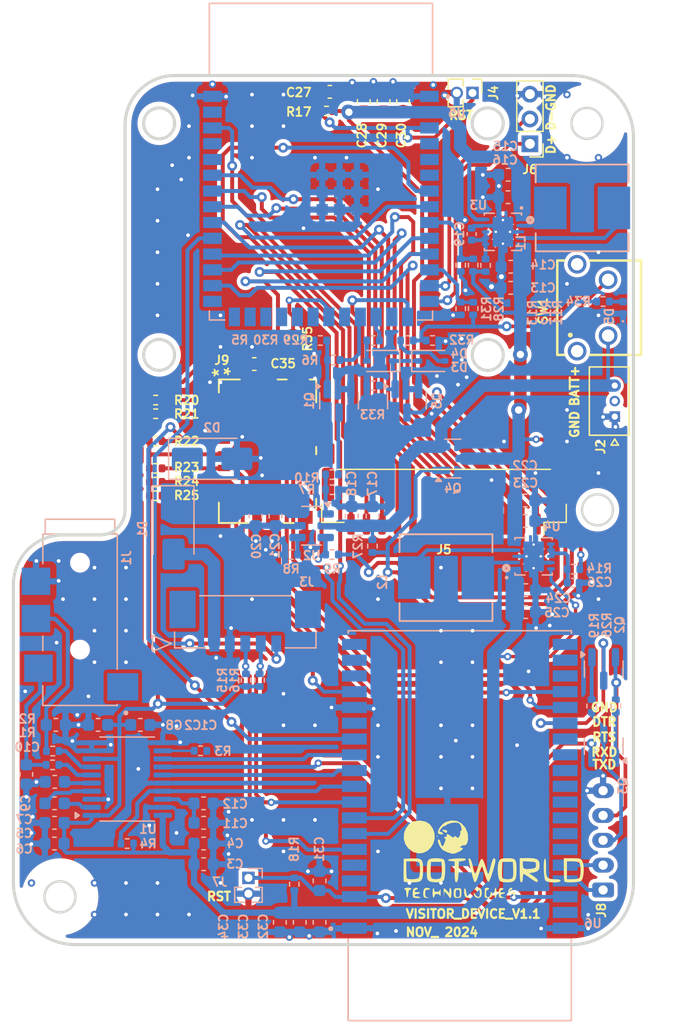
<source format=kicad_pcb>
(kicad_pcb (version 20221018) (generator pcbnew)
  (layers (0 "F.Cu" signal) (31 "B.Cu" signal) (34 "B.Paste" user) (35 "F.Paste" user) (36 "B.SilkS" user "B.Silkscreen") (37 "F.SilkS" user "F.Silkscreen") (38 "B.Mask" user) (39 "F.Mask" user) (44 "Edge.Cuts" user))
  (net 0 "")
  (net 1 "+3.3V")
  (net 2 "/wrover/SD_IO13_CS")
  (net 3 "/wrover/SD_IO15_MOSI")
  (net 4 "/Audio_Streo/INL+")
  (net 5 "/Audio_Streo/INR+")
  (net 6 "+BATT")
  (net 7 "/wrover/SD_IO14_CLK")
  (net 8 "/wrover/SD_IO02_MISO")
  (net 9 "RTS")
  (net 10 "DTR")
  (net 11 "Net-(Q1-G)")
  (net 12 "/wrover/TXD")
  (net 13 "Net-(Q2-G)")
  (net 14 "/wrover/RXD")
  (net 15 "/wrover/IO0")
  (net 16 "I2C_SCK")
  (net 17 "USB1_D+")
  (net 18 "USB1_D-")
  (net 19 "I2C_CLK")
  (net 20 "+5V")
  (net 21 "/esp s3/LCD_IO35_MISO")
  (net 22 "/esp s3/LCD_IO37_MOSI")
  (net 23 "/esp s3/LCD_IO36_SCLK")
  (net 24 "/esp s3/LCD_IO39_CS")
  (net 25 "/esp s3/LCD_IO42_DC")
  (net 26 "/esp s3/LCD_IO40_RST")
  (net 27 "/esp s3/LCD_IO41_BL")
  (net 28 "/esp s3/TP_IO03_SDA")
  (net 29 "/esp s3/TP_IO02_SCL")
  (net 30 "/esp s3/TP_IO15_INT")
  (net 31 "/esp s3/TP_IO07_RST")
  (net 32 "Net-(Q3-G)")
  (net 33 "CHG")
  (net 34 "BATT_VOLT")
  (net 35 "BAT_OFF")
  (net 36 "LRCLK_25")
  (net 37 "BCLK_GP26")
  (net 38 "GND")
  (net 39 "/wrover/EN")
  (net 40 "RX_ESP")
  (net 41 "TX_ESP")
  (net 42 "DIN_GP22")
  (net 43 "/esp s3/EN")
  (net 44 "RGB")
  (net 45 "Net-(U4-EN)")
  (net 46 "Net-(D1-A)")
  (net 47 "Net-(U1-CAPM)")
  (net 48 "Net-(U1-CAPP)")
  (net 49 "Net-(U1-VNEG)")
  (net 50 "Net-(U4-L2)")
  (net 51 "Net-(U4-L1)")
  (net 52 "Net-(Q1-D)")
  (net 53 "Net-(U1-LDOO)")
  (net 54 "Net-(U3-EN)")
  (net 55 "Net-(D3-K)")
  (net 56 "Net-(D3-A)")
  (net 58 "Net-(U3-L2)")
  (net 59 "Net-(U3-L1)")
  (net 60 "Net-(U1-OUTL)")
  (net 61 "Net-(U1-OUTR)")
  (net 62 "Net-(U1-SCK)")
  (net 63 "Net-(U2-TS)")
  (net 64 "Net-(U2-ISET)")
  (net 83 "MUTE_")
  (net 89 "SCK_")
  (net 93 "+3.3VA")
  (net 98 "Net-(D4-A)")
  (net 99 "Net-(Q4-G)")
  (net 100 "VCC")
  (net 101 "On_Off")
  (net 102 "Switch_Status")
  (net 104 "Net-(J9-DAT2)")
  (net 105 "Net-(J9-DAT1)")
  (net 107 "Net-(D5-A)")
  (net 108 "Net-(SW1-B)")
  (net 109 "Net-(U5-IO12)")
  (footprint "Capacitor_SMD:C_0603_1608Metric" (layer "F.Cu") (at 127.67 91.94)
    (fp_text reference "C35")
    (fp_text value "0.1uF")
  )
  (footprint "Resistor_SMD:R_0402_1005Metric" (layer "F.Cu") (at 119.72 101.439999)
    (fp_text reference "R24")
    (fp_text value "10K")
  )
  (footprint "Resistor_SMD:R_0402_1005Metric" (layer "F.Cu") (at 133.5 71.56)
    (fp_text reference "R17")
    (fp_text value "10K")
  )
  (footprint "Resistor_SMD:R_0402_1005Metric" (layer "F.Cu") (at 119.72 94.84)
    (fp_text reference "R20")
    (fp_text value "10K")
  )
  (footprint "Dotworld:jst 1.25 3 pole" (layer "F.Cu") (at 156.74 96.17 -90)
    (fp_text reference "J2")
    (fp_text value "Conn_01x03")
  )
  (footprint "Capacitor_SMD:C_0603_1608Metric" (layer "F.Cu") (at 136.5 70.785 90)
    (fp_text reference "C28")
    (fp_text value "0.1uF")
  )
  (footprint "Connector_PinHeader_1.27mm:PinHeader_1x02_P1.27mm_Vertical" (layer "F.Cu") (at 145.27 70.1 -90)
    (fp_text reference "J4")
    (fp_text value "Conn_01x02")
  )
  (footprint "Connector_JST:JST_PH_B5B-PH-K_1x05_P2.00mm_Vertical" (layer "F.Cu") (at 155.8 134.3 90)
    (fp_text reference "J8")
    (fp_text value "Conn_01x05" hide)
  )
  (footprint "Connector_JST:JST_GH_SM13B-GHS-TB_1x13-1MP_P1.25mm_Horizontal" (layer "F.Cu") (at 142.97 102.98 180)
    (fp_text reference "J5")
    (fp_text value "Conn_01x13")
  )
  (footprint "Resistor_SMD:R_0402_1005Metric" (layer "F.Cu") (at 130.8 89.9 -90)
    (fp_text reference "R35")
    (fp_text value "10K")
  )
  (footprint "Resistor_SMD:R_0402_1005Metric" (layer "F.Cu") (at 119.72 100.339999)
    (fp_text reference "R23")
    (fp_text value "10K")
  )
  (footprint "Resistor_SMD:R_0402_1005Metric" (layer "F.Cu") (at 119.72 98.139998)
    (fp_text reference "R22")
    (fp_text value "10K")
  )
  (footprint "Dotworld:DOTWORLD" (layer "F.Cu") (at 146.958344 131.74)
    (fp_text reference "G***" hide)
    (fp_text value "LOGO" hide)
  )
  (footprint "Capacitor_SMD:C_0603_1608Metric" (layer "F.Cu") (at 138.1 70.785 90)
    (fp_text reference "C29")
    (fp_text value "0.1uF")
  )
  (footprint "Capacitor_SMD:C_0603_1608Metric" (layer "F.Cu") (at 139.67 70.785 90)
    (fp_text reference "C30")
    (fp_text value "0.1uF")
  )
  (footprint "Connector_PinHeader_2.00mm:PinHeader_1x03_P2.00mm_Vertical" (layer "F.Cu") (at 149.9 74.2 180)
    (fp_text reference "J6")
    (fp_text value "Conn_01x03_Pin")
  )
  (footprint "Resistor_SMD:R_0402_1005Metric" (layer "F.Cu") (at 119.72 102.54)
    (fp_text reference "R25")
    (fp_text value "10K")
  )
  (footprint "Dotworld:105162-0001_MOL" (layer "F.Cu") (at 128.74 98.96 -90)
    (fp_text reference "J9")
    (fp_text value "1051620001")
  )
  (footprint "Resistor_SMD:R_0402_1005Metric" (layer "F.Cu") (at 119.72 95.939997)
    (fp_text reference "R21")
    (fp_text value "10K")
  )
  (footprint "Dotworld:4312560587X6" (layer "F.Cu") (at 154.955 87.4 90)
    (fp_text reference "SW1")
    (fp_text value "SW_SPST")
  )
  (footprint "Capacitor_SMD:C_0603_1608Metric" (layer "F.Cu") (at 133.765 70.01)
    (fp_text reference "C27")
    (fp_text value "0.1uF")
  )
  (footprint "Capacitor_SMD:C_0603_1608Metric" (layer "B.Cu") (at 149.522 102.9275)
    (fp_text reference "C22")
    (fp_text value "10uF")
  )
  (footprint "Capacitor_SMD:C_0603_1608Metric" (layer "B.Cu") (at 123.585 130.56)
    (fp_text reference "C4")
    (fp_text value "0.1uF")
  )
  (footprint "Package_TO_SOT_SMD:SOT-23" (layer "B.Cu") (at 155.85 116.5 -90)
    (fp_text reference "Q2")
    (fp_text value "SI2304")
  )
  (footprint "Package_TO_SOT_SMD:SOT-23" (layer "B.Cu") (at 143.6875 99.55)
    (fp_text reference "Q4")
    (fp_text value "Si2301")
  )
  (footprint "Resistor_SMD:R_0402_1005Metric" (layer "B.Cu") (at 144.32 87.47 -90)
    (fp_text reference "R31")
    (fp_text value "10K")
  )
  (footprint "Footprints:IND_IHLP-2525CZ-01_VIS-M" (layer "B.Cu") (at 154.11 79.36)
    (fp_text reference "L1")
    (fp_text value "SRN8040-100M_INDUC")
  )
  (footprint "Footprints:IND_IHLP-2525CZ-01_VIS-M" (layer "B.Cu") (at 143.132 109.14 180)
    (fp_text reference "L2")
    (fp_text value "2.2uH")
  )
  (footprint "Resistor_SMD:R_0402_1005Metric" (layer "B.Cu") (at 111.4 124.22 180)
    (fp_text reference "R1")
    (fp_text value "470E")
  )
  (footprint "Resistor_SMD:R_0402_1005Metric" (layer "B.Cu") (at 134.07 91.61)
    (fp_text reference "R6")
    (fp_text value "1K")
  )
  (footprint "Package_TO_SOT_SMD:SOT-23" (layer "B.Cu") (at 155.85 122.7175 90)
    (fp_text reference "Q3")
    (fp_text value "SI2304")
  )
  (footprint "Package_TO_SOT_SMD:SOT-23" (layer "B.Cu") (at 139.98 94.9 -90)
    (fp_text reference "Q5")
    (fp_text value "SI2304")
  )
  (footprint "Capacitor_SMD:C_0603_1608Metric" (layer "B.Cu") (at 148.13 78.5 180)
    (fp_text reference "C16")
    (fp_text value "10uF")
  )
  (footprint "Capacitor_SMD:C_0603_1608Metric" (layer "B.Cu") (at 111.57 127.32)
    (fp_text reference "C7")
    (fp_text value "2.2uF")
  )
  (footprint "Resistor_SMD:R_0402_1005Metric" (layer "B.Cu") (at 155.8 86.9 180)
    (fp_text reference "R34")
    (fp_text value "470E")
  )
  (footprint "Capacitor_SMD:C_0603_1608Metric" (layer "B.Cu") (at 123.58 127.32 180)
    (fp_text reference "C12")
    (fp_text value "0.1uF")
  )
  (footprint "Capacitor_SMD:C_0402_1005Metric" (layer "B.Cu") (at 145.2 81.47 90)
    (fp_text reference "C19")
    (fp_text value "0.1uF")
  )
  (footprint "Capacitor_SMD:C_0603_1608Metric" (layer "B.Cu") (at 111.67 121 180)
    (fp_text reference "C8")
    (fp_text value "10uF")
  )
  (footprint "Capacitor_SMD:C_0603_1608Metric" (layer "B.Cu") (at 148.347772 84.1 180)
    (fp_text reference "C14")
    (fp_text value "0.1uF")
  )
  (footprint "Capacitor_SMD:C_0603_1608Metric" (layer "B.Cu") (at 123.585 132.223336)
    (fp_text reference "C3")
    (fp_text value "10uF")
  )
  (footprint "Resistor_SMD:R_0402_1005Metric" (layer "B.Cu") (at 139.98 90.04)
    (fp_text reference "R29")
    (fp_text value "10K")
  )
  (footprint "Resistor_SMD:R_0402_1005Metric" (layer "B.Cu") (at 144.32 83.97 -90)
    (fp_text reference "R13")
    (fp_text value "10K")
  )
  (footprint "Capacitor_SMD:C_0402_1005Metric" (layer "B.Cu") (at 153.39 109.56)
    (fp_text reference "C26")
    (fp_text value "0.1uF")
  )
  (footprint "Resistor_SMD:R_0402_1005Metric" (layer "B.Cu") (at 142.0425 90.04)
    (fp_text reference "R32")
    (fp_text value "220K")
  )
  (footprint "Resistor_SMD:R_0402_1005Metric" (layer "B.Cu") (at 154.875 119.48 90)
    (fp_text reference "R19")
    (fp_text value "10K")
  )
  (footprint "Capacitor_SMD:C_0603_1608Metric" (layer "B.Cu") (at 123.585 128.89 180)
    (fp_text reference "C11")
    (fp_text value "10uF")
  )
  (footprint "Capacitor_SMD:C_0603_1608Metric" (layer "B.Cu") (at 111.585 125.59)
    (fp_text reference "C10")
    (fp_text value "2.2uF")
  )
  (footprint "Package_TO_SOT_SMD:SOT-23-6" (layer "B.Cu") (at 132.2925 104.96 180)
    (fp_text reference "U2")
    (fp_text value "BQ21040DBVR")
  )
  (footprint "Resistor_SMD:R_0402_1005Metric" (layer "B.Cu") (at 127 117.4 90)
    (fp_text reference "R15")
    (fp_text value "10K")
  )
  (footprint "Capacitor_SMD:C_0603_1608Metric" (layer "B.Cu") (at 132.935 136.905 -90)
    (fp_text reference "C32")
    (fp_text value "0.1uF")
  )
  (footprint "Resistor_SMD:R_0402_1005Metric" (layer "B.Cu") (at 133 90.04 180)
    (fp_text reference "R5")
    (fp_text value "10K")
  )
  (footprint "Resistor_SMD:R_0402_1005Metric" (layer "B.Cu") (at 137.25 93.67 180)
    (fp_text reference "R33")
    (fp_text value "100K")
  )
  (footprint "Capacitor_SMD:C_0603_1608Metric" (layer "B.Cu") (at 137.20625 104.19 90)
    (fp_text reference "C17")
    (fp_text value "2.2uF")
  )
  (footprint "Dotworld:XCVR_ESP32-WROVER" (layer "B.Cu") (at 144.2425 129.12)
    (fp_text reference "U6")
    (fp_text value "ESP32-WROVER-IE-N16R8 ")
  )
  (footprint "Dotworld:TPS63000DRCR" (layer "B.Cu") (at 147.722772 81.29 180)
    (fp_text reference "U3")
    (fp_text value "TPS63001DRCR")
  )
  (footprint "Resistor_SMD:R_0402_1005Metric" (layer "B.Cu") (at 130.645 107.28)
    (fp_text reference "R8")
    (fp_text value "560E")
  )
  (footprint "Resistor_SMD:R_0402_1005Metric" (layer "B.Cu") (at 133.94 107.28 180)
    (fp_text reference "R9")
    (fp_text value "10K")
  )
  (footprint "Resistor_SMD:R_0402_1005Metric" (layer "B.Cu") (at 117.4225 130.56 180)
    (fp_text reference "R4")
    (fp_text value "10K")
  )
  (footprint "Resistor_SMD:R_0402_1005Metric" (layer "B.Cu") (at 137.2 106.6 -90)
    (fp_text reference "R27")
    (fp_text value "200K")
  )
  (footprint "Diode_SMD:D_SOD-323" (layer "B.Cu") (at 137.79 91.69 180)
    (fp_text reference "D4")
    (fp_text value "SS34")
  )
  (footprint "Resistor_SMD:R_0402_1005Metric" (layer "B.Cu") (at 133.94 102.06 180)
    (fp_text reference "R7")
    (fp_text value "10K")
  )
  (footprint "Dotworld:CUI_SJ2-3574A-SMT-TR" (layer "B.Cu") (at 113.62 111.9375 -90)
    (fp_text reference "J1")
    (fp_text value "SJ2-3574A-SMT-TR")
  )
  (footprint "Capacitor_SMD:C_0603_1608Metric" (layer "B.Cu") (at 127.78 104.185 -90)
    (fp_text reference "C20")
    (fp_text value "2.2uF")
  )
  (footprint "Dotworld:JST-5P_1.25mm" (layer "B.Cu") (at 124.4465 114.45 180)
    (fp_text reference "J3")
    (fp_text value "Conn_01x05" hide)
  )
  (footprint "Diode_SMD:D_SMA" (layer "B.Cu") (at 124.2725 99.57)
    (fp_text reference "D2")
    (fp_text value "SMAJ5.0A")
  )
  (footprint "Capacitor_SMD:C_0603_1608Metric" (layer "B.Cu") (at 148.347772 85.8 180)
    (fp_text reference "C13")
    (fp_text value "10uF")
  )
  (footprint "Capacitor_SMD:C_0603_1608Metric" (layer "B.Cu") (at 149.522 104.5775)
    (fp_text reference "C23")
    (fp_text value "0.1uF")
  )
  (footprint "Resistor_SMD:R_0402_1005Metric" (layer "B.Cu") (at 128.1 117.4 -90)
    (fp_text reference "R16")
    (fp_text value "10K")
  )
  (footprint "Capacitor_SMD:C_0603_1608Metric" (layer "B.Cu") (at 149.572 111.9121)
    (fp_text reference "C25")
    (fp_text value "10uF")
  )
  (footprint "Package_SO:TSSOP-20_4.4x6.5mm_P0.65mm" (layer "B.Cu") (at 117.4225 125.365)
    (fp_text reference "U1")
    (fp_text value "PCM5102A")
  )
  (footprint "Capacitor_SMD:C_0603_1608Metric" (layer "B.Cu") (at 111.56 128.89 180)
    (fp_text reference "C5")
    (fp_text value "10uF")
  )
  (footprint "Capacitor_SMD:C_0603_1608Metric" (layer "B.Cu") (at 132.935 133.57 90)
    (fp_text reference "C31")
    (fp_text value "10uF")
  )
  (footprint "Capacitor_SMD:C_0603_1608Metric" (layer "B.Cu") (at 135.5325 104.185 90)
    (fp_text reference "C18")
    (fp_text value "10uF")
  )
  (footprint "Resistor_SMD:R_0402_1005Metric" (layer "B.Cu") (at 137.25 90.04)
    (fp_text reference "R30")
    (fp_text value "220E")
  )
  (footprint "Capacitor_SMD:C_0603_1608Metric" (layer "B.Cu") (at 109.29 124.99 90)
    (fp_text reference "C9")
    (fp_text value "0.1uF")
  )
  (footprint "Package_TO_SOT_SMD:SOT-23" (layer "B.Cu") (at 134.51 94.9 -90)
    (fp_text reference "Q1")
    (fp_text value "SI2304")
  )
  (footprint "Capacitor_SMD:C_0603_1608Metric" (layer "B.Cu") (at 129.38 104.185 -90)
    (fp_text reference "C21")
    (fp_text value "10uF")
  )
  (footprint "Resistor_SMD:R_0402_1005Metric" (layer "B.Cu") (at 145.321386 83.97 90)
    (fp_text reference "R12")
    (fp_text value "10K")
  )
  (footprint "Capacitor_SMD:C_0603_1608Metric" (layer "B.Cu") (at 111.56 130.56 180)
    (fp_text reference "C6")
    (fp_text value "0.1uF")
  )
  (footprint "Diode_SMD:D_SMA" (layer "B.Cu") (at 121.158 105.25 -90)
    (fp_text reference "D1")
    (fp_text value "SS34")
  )
  (footprint "Capacitor_SMD:C_0603_1608Metric" (layer "B.Cu") (at 131.335 136.905 -90)
    (fp_text reference "C33")
    (fp_text value "0.1uF")
  )
  (footprint "Resistor_SMD:R_0402_1005Metric" (layer "B.Cu") (at 145.321386 87.47 -90)
    (fp_text reference "R28")
    (fp_text value "10K")
  )
  (footprint "Resistor_SMD:R_0402_1005Metric" (layer "B.Cu") (at 123.335 123.09 180)
    (fp_text reference "R3")
    (fp_text value "0E")
  )
  (footprint "Connector_PinHeader_1.27mm:PinHeader_1x02_P1.27mm_Vertical" (layer "B.Cu") (at 127.2 133.325 180)
    (fp_text reference "J7")
    (fp_text value "Conn_01x02")
  )
  (footprint "Resistor_SMD:R_0402_1005Metric" (layer "B.Cu") (at 133.94 100.838 180)
    (fp_text reference "R10")
    (fp_text value "270E")
  )
  (footprint "Capacitor_SMD:C_0603_1608Metric" (layer "B.Cu") (at 149.572 110.1521)
    (fp_text reference "C24")
    (fp_text value "10uF")
  )
  (footprint "Capacitor_SMD:C_0603_1608Metric" (layer "B.Cu") (at 148.14 76.69 180)
    (fp_text reference "C15")
    (fp_text value "10uF")
  )
  (footprint "Resistor_SMD:R_0402_1005Metric" (layer "B.Cu") (at 130.9 133.835 90)
    (fp_text reference "R18")
    (fp_text value "10K")
  )
  (footprint "LED_SMD:LED_0402_1005Metric" (layer "B.Cu") (at 157.4 87.4 90)
    (fp_text reference "D5")
    (fp_text value "LED")
  )
  (footprint "Capacitor_SMD:C_0603_1608Metric" (layer "B.Cu") (at 118.48 121)
    (fp_text reference "C1")
    (fp_text value "10uF")
  )
  (footprint "Resistor_SMD:R_0402_1005Metric" (layer "B.Cu") (at 156.825 119.48 -90)
    (fp_text reference "R26")
    (fp_text value "10K")
  )
  (footprint "Capacitor_SMD:C_0603_1608Metric" (layer "B.Cu") (at 129.735 136.905 -90)
    (fp_text reference "C34")
    (fp_text value "0.1uF")
  )
  (footprint "Resistor_SMD:R_0402_1005Metric" (layer "B.Cu") (at 146.322772 83.99 90)
    (fp_text reference "R11")
    (fp_text value "100E")
  )
  (footprint "Dotworld:ESP32-S3-WROOM1-N4R2" (layer "B.Cu") (at 133.05 75.64 180)
    (fp_text reference "U5")
    (fp_text value "ESP32-S3-WROOM")
  )
  (footprint "Capacitor_SMD:C_0603_1608Metric" (layer "B.Cu") (at 115.075 121 180)
    (fp_text reference "C2")
    (fp_text value "0.1uF")
  )
  (footprint "Diode_SMD:D_SOD-323" (layer "B.Cu") (at 141.9775 91.69)
    (fp_text reference "D3")
    (fp_text value "SS34")
  )
  (footprint "Dotworld:TPS63000DRCR" (layer "B.Cu") (at 150.197 107.4275)
    (fp_text reference "U4")
    (fp_text value "TPS63001DRCR")
  )
  (footprint "Resistor_SMD:R_0402_1005Metric" (layer "B.Cu") (at 111.42 123.11 180)
    (fp_text reference "R2")
    (fp_text value "470E")
  )
  (footprint "Resistor_SMD:R_0402_1005Metric" (layer "B.Cu") (at 153.41 108.46 180)
    (fp_text reference "R14")
    (fp_text value "100E")
  )
  (gr_circle (center 120 72.55) (end 121.25 72.55) (stroke (width 0.25)) (fill none) (layer "Edge.Cuts"))
  (gr_line (start 112.25 105.7) (end 115.25 105.7) (stroke (width 0.25)) (layer "Edge.Cuts"))
  (gr_circle (center 112 134.85) (end 113.25 134.85) (stroke (width 0.2)) (fill none) (layer "Edge.Cuts"))
  (gr_arc (start 108.25 109.7) (mid 109.421573 106.871573) (end 112.25 105.7) (stroke (width 0.25)) (layer "Edge.Cuts"))
  (gr_circle (center 155.35 103.68) (end 156.6 103.68) (stroke (width 0.2)) (fill none) (layer "Edge.Cuts"))
  (gr_line (start 117.25 103.7) (end 117.25 72.7) (stroke (width 0.25)) (layer "Edge.Cuts"))
  (gr_arc (start 117.25 72.7) (mid 118.421573 69.871573) (end 121.25 68.7) (stroke (width 0.25)) (layer "Edge.Cuts"))
  (gr_line (start 158.25 73.7) (end 158.25 133.7) (stroke (width 0.25)) (layer "Edge.Cuts"))
  (gr_circle (center 120 91.2) (end 121.25 91.2) (stroke (width 0.25)) (fill none) (layer "Edge.Cuts"))
  (gr_circle (center 146.5 72.55) (end 147.75 72.55) (stroke (width 0.25)) (fill none) (layer "Edge.Cuts"))
  (gr_arc (start 113.25 138.7) (mid 109.714466 137.235534) (end 108.25 133.7) (stroke (width 0.25)) (layer "Edge.Cuts"))
  (gr_line (start 113.25 138.7) (end 153.25 138.7) (stroke (width 0.25)) (layer "Edge.Cuts"))
  (gr_arc (start 158.25 133.7) (mid 156.785534 137.235534) (end 153.25 138.7) (stroke (width 0.25)) (layer "Edge.Cuts"))
  (gr_circle (center 154.5 72.55) (end 155.75 72.55) (stroke (width 0.2)) (fill none) (layer "Edge.Cuts"))
  (gr_arc (start 117.25 103.7) (mid 116.664214 105.114214) (end 115.25 105.7) (stroke (width 0.25)) (layer "Edge.Cuts"))
  (gr_circle (center 146.5 91.2) (end 147.75 91.2) (stroke (width 0.25)) (fill none) (layer "Edge.Cuts"))
  (gr_line (start 121.25 68.7) (end 153.25 68.7) (stroke (width 0.25)) (layer "Edge.Cuts"))
  (gr_line (start 108.25 133.7) (end 108.25 109.7) (stroke (width 0.25)) (layer "Edge.Cuts"))
  (gr_arc (start 153.25 68.7) (mid 156.785534 70.164466) (end 158.25 73.7) (stroke (width 0.25)) (layer "Edge.Cuts"))
  (gr_text "VISITOR_DEVICE_V1.1\n" (at 145.333332 136.23) (layer "F.SilkS") (effects (font (size 0.7 0.7) (thickness 0.175))))
  (gr_text "RST" (at 144.35 71.9) (layer "F.SilkS") (effects (font (size 0.7 0.7) (thickness 1))))
  (gr_text "TXD" (at 155.9 124.2) (layer "F.SilkS") (effects (font (size 0.7 0.7) (thickness 1))))
  (gr_text "RXD\n" (at 155.9 123.2) (layer "F.SilkS") (effects (font (size 0.7 0.7) (thickness 1))))
  (gr_text "DTR" (at 155.9 120.76) (layer "F.SilkS") (effects (font (size 0.7 0.7) (thickness 1))))
  (gr_text "RST" (at 124.82 134.82) (layer "F.SilkS") (effects (font (size 0.7 0.7) (thickness 1))))
  (gr_text "D+\n" (at 151.59 74.23 90) (layer "F.SilkS") (effects (font (size 0.7 0.7) (thickness 1))))
  (gr_text "GND\n" (at 153.5 96.8 90) (layer "F.SilkS") (effects (font (size 0.7 0.7) (thickness 1))))
  (gr_text "NOV_ 2024\n" (at 142.8 137.7) (layer "F.SilkS") (effects (font (size 0.7 0.7) (thickness 0.175) bold)))
  (gr_text "D-" (at 151.59 72.33 90) (layer "F.SilkS") (effects (font (size 0.7 0.7) (thickness 1))))
  (gr_text "RTS" (at 155.9 121.99) (layer "F.SilkS") (effects (font (size 0.7 0.7) (thickness 1))))
  (gr_text "BATT+\n" (at 153.5 93.7 90) (layer "F.SilkS") (effects (font (size 0.7 0.7) (thickness 0.175))))
  (gr_text "GND\n" (at 151.59 70.48 90) (layer "F.SilkS") (effects (font (size 0.7 0.7) (thickness 1))))
  (gr_text "GND\n" (at 155.9 119.6) (layer "F.SilkS") (effects (font (size 0.7 0.7) (thickness 1))))
  (segment (start 141.972 110.73) (end 151.364608 110.73) (width 0.32) (layer "F.Cu") (net 1))
  (segment (start 135.3 72.3) (end 135.3 71.65) (width 0.32) (layer "F.Cu") (net 1))
  (segment (start 140.55 85.25) (end 141.209998 84.590002) (width 0.32) (layer "F.Cu") (net 1))
  (segment (start 136.9 108.7) (end 137.648 107.952) (width 0.32) (layer "F.Cu") (net 1))
  (segment (start 151.364608 110.73) (end 152.76 109.334608) (width 0.32) (layer "F.Cu") (net 1))
  (segment (start 134.01 71.56) (end 135.21 71.56) (width 0.32) (layer "F.Cu") (net 1))
  (segment (start 151.63 104.83) (end 150.47 104.83) (width 0.32) (layer "F.Cu") (net 1))
  (segment (start 152.76 109.334608) (end 152.76 105.96) (width 0.32) (layer "F.Cu") (net 1))
  (segment (start 135.3 71.65) (end 139.58 71.65) (width 1) (layer "F.Cu") (net 1))
  (segment (start 140.55 93.42) (end 140.55 85.25) (width 0.32) (layer "F.Cu") (net 1))
  (segment (start 139.58 71.65) (end 139.67 71.56) (width 1) (layer "F.Cu") (net 1))
  (segment (start 150.47 103.34) (end 140.55 93.42) (width 0.32) (layer "F.Cu") (net 1))
  (segment (start 150.47 104.83) (end 150.47 103.34) (width 0.32) (layer "F.Cu") (net 1))
  (segment (start 141.209998 84.590002) (end 141.209998 78.209998) (width 0.32) (layer "F.Cu") (net 1))
  (segment (start 139.194 107.952) (end 141.972 110.73) (width 0.32) (layer "F.Cu") (net 1))
  (segment (start 135.21 71.56) (end 135.3 71.65) (width 0.32) (layer "F.Cu") (net 1))
  (segment (start 152.76 105.96) (end 151.63 104.83) (width 0.32) (layer "F.Cu") (net 1))
  (segment (start 141.209998 78.209998) (end 135.3 72.3) (width 0.32) (layer "F.Cu") (net 1))
  (segment (start 137.648 107.952) (end 139.194 107.952) (width 0.32) (layer "F.Cu") (net 1))
  (via (at 136.9 108.7) (size 0.8) (drill 0.4) (layers "F.Cu" "B.Cu") (net 1))
  (via (at 135.3 71.65) (size 1.2) (drill 0.6) (layers "F.Cu" "B.Cu") (net 1))
  (segment (start 142.970935 71.65) (end 141.8 71.65) (width 1) (layer "B.Cu") (net 1))
  (segment (start 148.905 76.065) (end 148.08 75.24) (width 1) (layer "B.Cu") (net 1))
  (segment (start 136.9 108.7) (end 136.9 108.3) (width 0.32) (layer "B.Cu") (net 1))
  (segment (start 136.9 108.3) (end 135.88 107.28) (width 0.32) (layer "B.Cu") (net 1))
  (segment (start 146.322772 80.29) (end 145.53 80.29) (width 0.32) (layer "B.Cu") (net 1))
  (segment (start 135.3 71.65) (end 135.19 71.54) (width 1) (layer "B.Cu") (net 1))
  (segment (start 144.274757 74.434757) (end 144.274757 72.953822) (width 1) (layer "B.Cu") (net 1))
  (segment (start 145.53 80.29) (end 145.01 79.77) (width 0.32) (layer "B.Cu") (net 1))
  (segment (start 145.01 79.77) (end 145.01 75.31) (width 0.32) (layer "B.Cu") (net 1))
  (segment (start 148.905 78.5) (end 148.905 76.065) (width 1) (layer "B.Cu") (net 1))
  (segment (start 144.274757 72.953822) (end 142.970935 71.65) (width 1) (layer "B.Cu") (net 1))
  (segment (start 135.88 107.28) (end 134.45 107.28) (width 0.32) (layer "B.Cu") (net 1))
  (segment (start 145.01 75.31) (end 145.08 75.24) (width 0.32) (layer "B.Cu") (net 1))
  (segment (start 148.08 75.24) (end 145.08 75.24) (width 1) (layer "B.Cu") (net 1))
  (segment (start 145.08 75.24) (end 144.274757 74.434757) (width 1) (layer "B.Cu") (net 1))
  (segment (start 141.8 71.65) (end 135.3 71.65) (width 1) (layer "B.Cu") (net 1))
  (segment (start 132.39 117.43) (end 132.39 114.49) (width 0.32) (layer "F.Cu") (net 2))
  (segment (start 126.22 108.32) (end 126.22 101.94) (width 0.32) (layer "F.Cu") (net 2))
  (segment (start 125.192302 101.439999) (end 125.222301 101.41) (width 0.32) (layer "F.Cu") (net 2))
  (segment (start 120.23 101.439999) (end 125.192302 101.439999) (width 0.32) (layer "F.Cu") (net 2))
  (segment (start 132.39 114.49) (end 126.22 108.32) (width 0.32) (layer "F.Cu") (net 2))
  (segment (start 126.22 101.94) (end 125.69 101.41) (width 0.32) (layer "F.Cu") (net 2))
  (segment (start 125.69 101.41) (end 125.222301 101.41) (width 0.32) (layer "F.Cu") (net 2))
  (via (at 132.39 117.43) (size 0.8) (drill 0.4) (layers "F.Cu" "B.Cu") (net 2))
  (segment (start 133.29 118.33) (end 135.7425 118.33) (width 0.3) (layer "B.Cu") (net 2))
  (segment (start 132.39 117.43) (end 133.29 118.33) (width 0.3) (layer "B.Cu") (net 2))
  (segment (start 120.23 100.339999) (end 125.192302 100.339999) (width 0.32) (layer "F.Cu") (net 3))
  (segment (start 137.035392 118.4) (end 126.74 108.104608) (width 0.32) (layer "F.Cu") (net 3))
  (segment (start 126.74 101.03) (end 126.02 100.31) (width 0.32) (layer "F.Cu") (net 3))
  (segment (start 126.02 100.31) (end 125.222301 100.31) (width 0.32) (layer "F.Cu") (net 3))
  (segment (start 126.74 108.104608) (end 126.74 101.03) (width 0.32) (layer "F.Cu") (net 3))
  (segment (start 148 118.4) (end 137.035392 118.4) (width 0.32) (layer "F.Cu") (net 3))
  (segment (start 125.192302 100.339999) (end 125.222301 100.31) (width 0.32) (layer "F.Cu") (net 3))
  (via (at 148 118.4) (size 0.6) (drill 0.3) (layers "F.Cu" "B.Cu") (net 3))
  (segment (start 148 118.4) (end 148.05 118.35) (width 0.32) (layer "B.Cu") (net 3))
  (segment (start 148.05 118.35) (end 152.5 118.35) (width 0.32) (layer "B.Cu") (net 3))
  (segment (start 109.29 119.46) (end 109.29 124.215) (width 0.32) (layer "B.Cu") (net 4))
  (segment (start 110.89 124.22) (end 109.295 124.22) (width 0.32) (layer "B.Cu") (net 4))
  (segment (start 110.4 116.45) (end 110.4 118.35) (width 0.32) (layer "B.Cu") (net 4))
  (segment (start 109.295 124.22) (end 109.29 124.215) (width 0.32) (layer "B.Cu") (net 4))
  (segment (start 110.4 118.35) (end 109.29 119.46) (width 0.32) (layer "B.Cu") (net 4))
  (segment (start 112.63 117.91) (end 112.63 113.49) (width 0.32) (layer "B.Cu") (net 5))
  (segment (start 110.895 119.645) (end 112.63 117.91) (width 0.32) (layer "B.Cu") (net 5))
  (segment (start 110.91 123.11) (end 110.91 121.015) (width 0.32) (layer "B.Cu") (net 5))
  (segment (start 110.91 121.015) (end 110.895 121) (width 0.32) (layer "B.Cu") (net 5))
  (segment (start 111.59 112.45) (end 110.2 112.45) (width 0.32) (layer "B.Cu") (net 5))
  (segment (start 112.63 113.49) (end 111.59 112.45) (width 0.32) (layer "B.Cu") (net 5))
  (segment (start 110.895 121) (end 110.895 119.645) (width 0.32) (layer "B.Cu") (net 5))
  (segment (start 134.62 104.96) (end 137.20125 104.96) (width 1) (layer "B.Cu") (net 6))
  (segment (start 137.20125 104.96) (end 137.20625 104.965) (width 0.6) (layer "B.Cu") (net 6))
  (segment (start 146.08 93.67) (end 142.75 97) (width 1) (layer "B.Cu") (net 6))
  (segment (start 137.2 104.97125) (end 137.20625 104.965) (width 0.27) (layer "B.Cu") (net 6))
  (segment (start 156.205 89.65) (end 156.205 93.565) (width 0.3) (layer "B.Cu") (net 6))
  (segment (start 139.82 103.83) (end 139.82 99.7) (width 1) (layer "B.Cu") (net 6))
  (segment (start 140.92 98.6) (end 142.75 98.6) (width 1) (layer "B.Cu") (net 6))
  (segment (start 156.74 93.67) (end 152.27 93.67) (width 0.3) (layer "B.Cu") (net 6))
  (segment (start 142.75 97) (end 142.75 98.6) (width 1) (layer "B.Cu") (net 6))
  (segment (start 156.74 93.67) (end 156.1 93.67) (width 1) (layer "B.Cu") (net 6))
  (segment (start 139.82 99.7) (end 140.92 98.6) (width 1) (layer "B.Cu") (net 6))
  (segment (start 137.20625 104.965) (end 138.685 104.965) (width 1) (layer "B.Cu") (net 6))
  (segment (start 133.43 104.96) (end 135.5325 104.96) (width 0.6) (layer "B.Cu") (net 6))
  (segment (start 156.1 93.67) (end 146.08 93.67) (width 1) (layer "B.Cu") (net 6))
  (segment (start 138.685 104.965) (end 139.82 103.83) (width 1) (layer "B.Cu") (net 6))
  (segment (start 137.2 106.09) (end 137.2 104.97125) (width 0.27) (layer "B.Cu") (net 6))
  (segment (start 156.205 93.565) (end 156.1 93.67) (width 0.3) (layer "B.Cu") (net 6))
  (segment (start 137.45 105.20875) (end 137.20625 104.965) (width 0.32) (layer "B.Cu") (net 6))
  (segment (start 125.837067 120.762933) (end 124.354134 119.28) (width 0.32) (layer "F.Cu") (net 7))
  (segment (start 122.11 98.139998) (end 125.192302 98.139998) (width 0.32) (layer "F.Cu") (net 7))
  (segment (start 124.354134 119.28) (end 124.34 119.28) (width 0.32) (layer "F.Cu") (net 7))
  (segment (start 120.23 98.139998) (end 122.11 98.139998) (width 0.32) (layer "F.Cu") (net 7))
  (segment (start 120.912598 97.012598) (end 122.039998 98.139998) (width 0.32) (layer "F.Cu") (net 7))
  (segment (start 122.039998 98.139998) (end 122.11 98.139998) (width 0.32) (layer "F.Cu") (net 7))
  (segment (start 125.192302 98.139998) (end 125.222301 98.109999) (width 0.32) (layer "F.Cu") (net 7))
  (segment (start 124.34 119.28) (end 122.88 117.82) (width 0.32) (layer "F.Cu") (net 7))
  (via (at 120.912598 97.012598) (size 0.8) (drill 0.4) (layers "F.Cu" "B.Cu") (net 7))
  (via (at 122.88 117.82) (size 0.8) (drill 0.4) (layers "F.Cu" "B.Cu") (net 7))
  (via (at 125.837067 120.762933) (size 0.8) (drill 0.4) (layers "F.Cu" "B.Cu") (net 7))
  (segment (start 119.126 114.066) (end 122.88 117.82) (width 0.32) (layer "B.Cu") (net 7))
  (segment (start 127.214134 122.14) (end 135.7425 122.14) (width 0.32) (layer "B.Cu") (net 7))
  (segment (start 120.912598 97.012598) (end 119.126 98.799196) (width 0.32) (layer "B.Cu") (net 7))
  (segment (start 125.837067 120.762933) (end 127.214134 122.14) (width 0.32) (layer "B.Cu") (net 7))
  (segment (start 135.46 122.2) (end 135.5 122.16) (width 0.3) (layer "B.Cu") (net 7))
  (segment (start 119.126 98.799196) (end 119.126 114.066) (width 0.32) (layer "B.Cu") (net 7))
  (segment (start 128.989998 95.909998) (end 125.222301 95.909998) (width 0.32) (layer "F.Cu") (net 8))
  (segment (start 125.192302 95.939997) (end 125.222301 95.909998) (width 0.32) (layer "F.Cu") (net 8))
  (segment (start 129.48 98.875391) (end 129.48 96.4) (width 0.32) (layer "F.Cu") (net 8))
  (segment (start 137.730784 117) (end 130.29 109.559216) (width 0.32) (layer "F.Cu") (net 8))
  (segment (start 129.48 96.4) (end 128.989998 95.909998) (width 0.32) (layer "F.Cu") (net 8))
  (segment (start 120.23 95.939997) (end 125.192302 95.939997) (width 0.32) (layer "F.Cu") (net 8))
  (segment (start 130.29 99.685392) (end 129.48 98.875391) (width 0.32) (layer "F.Cu") (net 8))
  (segment (start 149.92 119.01) (end 149.92 118.22) (width 0.32) (layer "F.Cu") (net 8))
  (segment (start 148.7 117) (end 137.730784 117) (width 0.32) (layer "F.Cu") (net 8))
  (segment (start 130.29 109.559216) (end 130.29 99.685392) (width 0.32) (layer "F.Cu") (net 8))
  (segment (start 149.92 118.22) (end 148.7 117) (width 0.32) (layer "F.Cu") (net 8))
  (via (at 149.92 119.01) (size 0.6) (drill 0.3) (layers "F.Cu" "B.Cu") (net 8))
  (segment (start 149.92 119.01) (end 150.51 119.6) (width 0.3) (layer "B.Cu") (net 8))
  (segment (start 150.51 119.6) (end 152.38 119.6) (width 0.3) (layer "B.Cu") (net 8))
  (segment (start 152.38 119.6) (end 152.4 119.62) (width 0.3) (layer "B.Cu") (net 8))
  (segment (start 157.25 129.72) (end 157.25 125.85) (width 0.3) (layer "B.Cu") (net 9))
  (segment (start 155.85 121.78) (end 155.85 121.2) (width 0.3) (layer "B.Cu") (net 9))
  (segment (start 155.85 121.2) (end 154.875 120.225) (width 0.3) (layer "B.Cu") (net 9))
  (segment (start 157.25 125.567906) (end 157.25 125.85) (width 0.3) (layer "B.Cu") (net 9))
  (segment (start 156.67 130.3) (end 157.25 129.72) (width 0.3) (layer "B.Cu") (net 9))
  (segment (start 155.8 130.3) (end 156.67 130.3) (width 0.3) (layer "B.Cu") (net 9))
  (segment (start 154.875 120.225) (end 154.875 119.99) (width 0.3) (layer "B.Cu") (net 9))
  (segment (start 155.85 121.78) (end 155.85 124.167906) (width 0.3) (layer "B.Cu") (net 9))
  (segment (start 155.85 124.167906) (end 157.25 125.567906) (width 0.3) (layer "B.Cu") (net 9))
  (segment (start 155.8 128.3) (end 156.91 128.3) (width 0.3) (layer "F.Cu") (net 10))
  (segment (start 156.91 128.3) (end 157.6 127.61) (width 0.3) (layer "F.Cu") (net 10))
  (segment (start 157.6 123.97) (end 156.88 123.25) (width 0.3) (layer "F.Cu") (net 10))
  (segment (start 157.6 127.61) (end 157.6 123.97) (width 0.3) (layer "F.Cu") (net 10))
  (segment (start 156.88 117.62) (end 156.86 117.6) (width 0.3) (layer "F.Cu") (net 10))
  (segment (start 156.88 123.25) (end 156.88 117.62) (width 0.3) (layer "F.Cu") (net 10))
  (via (at 156.86 117.6) (size 0.8) (drill 0.4) (layers "F.Cu" "B.Cu") (net 10))
  (segment (start 156.8 118.945) (end 156.825 118.97) (width 0.3) (layer "B.Cu") (net 10))
  (segment (start 156.8 115.5625) (end 156.8 118.945) (width 0.3) (layer "B.Cu") (net 10))
  (segment (start 133.56 93.67) (end 133.56 90.04) (width 0.32) (layer "B.Cu") (net 11))
  (segment (start 152.7425 133.57) (end 153.83 133.57) (width 0.32) (layer "B.Cu") (net 12))
  (segment (start 154.56 134.3) (end 155.8 134.3) (width 0.32) (layer "B.Cu") (net 12))
  (segment (start 153.83 133.57) (end 154.56 134.3) (width 0.32) (layer "B.Cu") (net 12))
  (segment (start 154.875 115.5875) (end 154.9 115.5625) (width 0.32) (layer "B.Cu") (net 13))
  (segment (start 154.875 118.97) (end 154.875 115.5875) (width 0.32) (layer "B.Cu") (net 13))
  (segment (start 152.7425 132.3) (end 155.8 132.3) (width 0.32) (layer "B.Cu") (net 14))
  (segment (start 155.82 114.43) (end 155.82 119.47) (width 0.3) (layer "F.Cu") (net 15))
  (segment (start 154.43 120.86) (end 150.77 120.86) (width 0.3) (layer "F.Cu") (net 15))
  (segment (start 155.82 119.47) (end 154.43 120.86) (width 0.3) (layer "F.Cu") (net 15))
  (via (at 150.77 120.86) (size 0.8) (drill 0.4) (layers "F.Cu" "B.Cu") (net 15))
  (via (at 155.82 114.43) (size 0.8) (drill 0.4) (layers "F.Cu" "B.Cu") (net 15))
  (segment (start 155.85 114.46) (end 155.82 114.43) (width 0.3) (layer "B.Cu") (net 15))
  (segment (start 150.77 120.86) (end 152.7325 120.86) (width 0.3) (layer "B.Cu") (net 15))
  (segment (start 152.7325 120.86) (end 152.7425 120.87) (width 0.3) (layer "B.Cu") (net 15))
  (segment (start 155.85 117.4375) (end 155.85 114.46) (width 0.3) (layer "B.Cu") (net 15))
  (segment (start 128.61 128.14) (end 127.3 126.83) (width 0.32) (layer "F.Cu") (net 16))
  (segment (start 127.3 117.08) (end 126.98 116.76) (width 0.32) (layer "F.Cu") (net 16))
  (segment (start 126.98 116.76) (end 126.98 116.28) (width 0.32) (layer "F.Cu") (net 16))
  (segment (start 127.3 126.83) (end 127.3 117.08) (width 0.32) (layer "F.Cu") (net 16))
  (segment (start 128.61 130.36) (end 128.61 128.14) (width 0.32) (layer "F.Cu") (net 16))
  (via (at 126.98 116.28) (size 0.6) (drill 0.3) (layers "F.Cu" "B.Cu") (net 16))
  (via (at 128.61 130.36) (size 0.6) (drill 0.3) (layers "F.Cu" "B.Cu") (net 16))
  (segment (start 126.98 116.87) (end 126.98 116.28) (width 0.3) (layer "B.Cu") (net 16))
  (segment (start 131.95 131.05) (end 135.5 131.05) (width 0.32) (layer "B.Cu") (net 16))
  (segment (start 127 116.89) (end 126.98 116.87) (width 0.3) (layer "B.Cu") (net 16))
  (segment (start 126.98 114.4835) (end 126.9465 114.45) (width 0.32) (layer "B.Cu") (net 16))
  (segment (start 126.98 116.28) (end 126.98 114.4835) (width 0.32) (layer "B.Cu") (net 16))
  (segment (start 128.61 130.36) (end 131.26 130.36) (width 0.32) (layer "B.Cu") (net 16))
  (segment (start 131.26 130.36) (end 131.95 131.05) (width 0.32) (layer "B.Cu") (net 16))
  (segment (start 143.9 76.907106) (end 144.907106 75.9) (width 0.3) (layer "F.Cu") (net 17))
  (segment (start 144.907106 75.9) (end 146.6 75.9) (width 0.3) (layer "F.Cu") (net 17))
  (segment (start 143.24 86.8) (end 143.9 86.14) (width 0.3) (layer "F.Cu") (net 17))
  (segment (start 143.9 86.14) (end 143.9 76.907106) (width 0.3) (layer "F.Cu") (net 17))
  (segment (start 146.6 75.9) (end 148.3 74.2) (width 0.3) (layer "F.Cu") (net 17))
  (segment (start 143.23 86.79) (end 143.24 86.8) (width 0.3) (layer "F.Cu") (net 17))
  (segment (start 148.3 74.2) (end 149.9 74.2) (width 0.3) (layer "F.Cu") (net 17))
  (via (at 143.24 86.8) (size 0.8) (drill 0.4) (layers "F.Cu" "B.Cu") (net 17))
  (segment (start 141.8 86.89) (end 143.15 86.89) (width 0.3) (layer "B.Cu") (net 17))
  (segment (start 143.15 86.89) (end 143.24 86.8) (width 0.3) (layer "B.Cu") (net 17))
  (segment (start 144.7 75.4) (end 146.350713 75.4) (width 0.3) (layer "F.Cu") (net 18))
  (segment (start 143.4 85.33) (end 143.4 76.7) (width 0.3) (layer "F.Cu") (net 18))
  (segment (start 143.4 76.7) (end 144.7 75.4) (width 0.3) (layer "F.Cu") (net 18))
  (segment (start 146.350713 75.4) (end 149.550713 72.2) (width 0.3) (layer "F.Cu") (net 18))
  (segment (start 149.550713 72.2) (end 149.9 72.2) (width 0.3) (layer "F.Cu") (net 18))
  (segment (start 143.08 85.65) (end 143.4 85.33) (width 0.3) (layer "F.Cu") (net 18))
  (via (at 143.08 85.65) (size 0.8) (drill 0.4) (layers "F.Cu" "B.Cu") (net 18))
  (segment (start 141.83 85.65) (end 141.8 85.62) (width 0.3) (layer "B.Cu") (net 18))
  (segment (start 143.08 85.65) (end 141.83 85.65) (width 0.3) (layer "B.Cu") (net 18))
  (segment (start 128.445392 127.24) (end 129.04 127.24) (width 0.32) (layer "F.Cu") (net 19))
  (segment (start 128.15 116.27) (end 128.15 116.71) (width 0.32) (layer "F.Cu") (net 19))
  (segment (start 128.15 116.71) (end 127.82 117.04) (width 0.32) (layer "F.Cu") (net 19))
  (segment (start 127.82 126.614608) (end 128.445392 127.24) (width 0.32) (layer "F.Cu") (net 19))
  (segment (start 127.82 117.04) (end 127.82 126.614608) (width 0.32) (layer "F.Cu") (net 19))
  (via (at 128.15 116.27) (size 0.6) (drill 0.3) (layers "F.Cu" "B.Cu") (net 19))
  (via (at 129.04 127.24) (size 0.6) (drill 0.3) (layers "F.Cu" "B.Cu") (net 19))
  (segment (start 128.1 116.89) (end 128.1 116.32) (width 0.27) (layer "B.Cu") (net 19))
  (segment (start 129.04 127.24) (end 135.5 127.24) (width 0.32) (layer "B.Cu") (net 19))
  (segment (start 128.1 116.32) (end 128.15 116.27) (width 0.27) (layer "B.Cu") (net 19))
  (segment (start 128.15 116.27) (end 128.1965 116.2235) (width 0.32) (layer "B.Cu") (net 19))
  (segment (start 128.15 116.27) (end 128.15 116.45) (width 0.32) (layer "B.Cu") (net 19))
  (segment (start 128.1965 116.2235) (end 128.1965 114.45) (width 0.32) (layer "B.Cu") (net 19))
  (segment (start 122.018 103.28) (end 121.764 103.28) (width 1) (layer "B.Cu") (net 20))
  (segment (start 122.2725 103.0255) (end 122.018 103.28) (width 1) (layer "B.Cu") (net 20))
  (segment (start 122.2725 99.57) (end 122.2725 103.0255) (width 1) (layer "B.Cu") (net 20))
  (segment (start 140.449998 84) (end 140.03 84.419998) (width 0.32) (layer "F.Cu") (net 21))
  (segment (start 140.03 95.44) (end 147.97 103.38) (width 0.32) (layer "F.Cu") (net 21))
  (segment (start 147.97 103.38) (end 147.97 104.83) (width 0.32) (layer "F.Cu") (net 21))
  (segment (start 140.03 84.419998) (end 140.03 95.44) (width 0.32) (layer "F.Cu") (net 21))
  (via (at 140.449998 84) (size 0.8) (drill 0.4) (layers "F.Cu" "B.Cu") (net 21))
  (segment (start 127.9 85.8) (end 127.3 86.4) (width 0.32) (layer "B.Cu") (net 21))
  (segment (start 127.3 86.4) (end 126.5 86.4) (width 0.32) (layer "B.Cu") (net 21))
  (segment (start 140.449998 84.010002) (end 138.66 85.8) (width 0.32) (layer "B.Cu") (net 21))
  (segment (start 126.5 86.4) (end 125.72 85.62) (width 0.32) (layer "B.Cu") (net 21))
  (segment (start 140.449998 84) (end 140.449998 84.010002) (width 0.32) (layer "B.Cu") (net 21))
  (segment (start 138.66 85.8) (end 127.9 85.8) (width 0.32) (layer "B.Cu") (net 21))
  (segment (start 125.72 85.62) (end 124.3 85.62) (width 0.32) (layer "B.Cu") (net 21))
  (segment (start 146.72 102.865392) (end 146.72 104.83) (width 0.32) (layer "F.Cu") (net 22))
  (segment (start 139.51 95.655392) (end 146.72 102.865392) (width 0.32) (layer "F.Cu") (net 22))
  (segment (start 140.49 82.91) (end 140.465195 82.91) (width 0.32) (layer "F.Cu") (net 22))
  (segment (start 140.465195 82.91) (end 139.51 83.865195) (width 0.32) (layer "F.Cu") (net 22))
  (segment (start 139.01 80.1) (end 140.1 80.1) (width 0.32) (layer "F.Cu") (net 22))
  (segment (start 140.49 80.49) (end 140.49 82.91) (width 0.32) (layer "F.Cu") (net 22))
  (segment (start 139.51 83.865195) (end 139.51 95.655392) (width 0.32) (layer "F.Cu") (net 22))
  (segment (start 140.1 80.1) (end 140.49 80.49) (width 0.32) (layer "F.Cu") (net 22))
  (via (at 139.01 80.1) (size 0.8) (drill 0.4) (layers "F.Cu" "B.Cu") (net 22))
  (segment (start 138.79966 81.29034) (end 136.89 83.2) (width 0.32) (layer "B.Cu") (net 22))
  (segment (start 138.79966 80.31034) (end 138.79966 81.29034) (width 0.32) (layer "B.Cu") (net 22))
  (segment (start 136.89 83.2) (end 124.42 83.2) (width 0.32) (layer "B.Cu") (net 22))
  (segment (start 124.42 83.2) (end 124.3 83.08) (width 0.32) (layer "B.Cu") (net 22))
  (segment (start 139.01 80.1) (end 138.79966 80.31034) (width 0.32) (layer "B.Cu") (net 22))
  (segment (start 138.99 81.974603) (end 138.99 95.870784) (width 0.32) (layer "F.Cu") (net 23))
  (segment (start 139.55966 81.404943) (end 138.99 81.974603) (width 0.32) (layer "F.Cu") (net 23))
  (segment (start 138.99 95.870784) (end 145.47 102.350784) (width 0.32) (layer "F.Cu") (net 23))
  (segment (start 145.47 102.350784) (end 145.47 104.83) (width 0.32) (layer "F.Cu") (net 23))
  (via (at 139.55966 81.404943) (size 0.8) (drill 0.4) (layers "F.Cu" "B.Cu") (net 23))
  (segment (start 125.81 84.35) (end 124.3 84.35) (width 0.32) (layer "B.Cu") (net 23))
  (segment (start 139.55966 81.404943) (end 139.55966 81.60034) (width 0.32) (layer "B.Cu") (net 23))
  (segment (start 137.4 83.76) (end 126.4 83.76) (width 0.32) (layer "B.Cu") (net 23))
  (segment (start 126.4 83.76) (end 125.81 84.35) (width 0.32) (layer "B.Cu") (net 23))
  (segment (start 139.55966 81.60034) (end 137.4 83.76) (width 0.32) (layer "B.Cu") (net 23))
  (segment (start 144.22 101.836176) (end 144.22 104.83) (width 0.32) (layer "F.Cu") (net 24))
  (segment (start 138.47 81.85) (end 138.47 96.086176) (width 0.32) (layer "F.Cu") (net 24))
  (segment (start 137.73 81.11) (end 138.47 81.85) (width 0.32) (layer "F.Cu") (net 24))
  (segment (start 138.47 96.086176) (end 144.22 101.836176) (width 0.32) (layer "F.Cu") (net 24))
  (via (at 137.73 81.11) (size 0.8) (drill 0.4) (layers "F.Cu" "B.Cu") (net 24))
  (segment (start 127.26 82.55) (end 125.25 80.54) (width 0.32) (layer "B.Cu") (net 24))
  (segment (start 137.73 81.11) (end 136.29 82.55) (width 0.32) (layer "B.Cu") (net 24))
  (segment (start 136.29 82.55) (end 127.26 82.55) (width 0.32) (layer "B.Cu") (net 24))
  (segment (start 125.25 80.54) (end 124.3 80.54) (width 0.32) (layer "B.Cu") (net 24))
  (segment (start 142.97 101.321568) (end 142.97 104.83) (width 0.32) (layer "F.Cu") (net 25))
  (segment (start 134.09 78.66) (end 137.95 82.52) (width 0.32) (layer "F.Cu") (net 25))
  (segment (start 137.95 96.301567) (end 142.97 101.321568) (width 0.32) (layer "F.Cu") (net 25))
  (segment (start 130.83 78.66) (end 134.09 78.66) (width 0.32) (layer "F.Cu") (net 25))
  (segment (start 137.95 82.52) (end 137.95 96.301567) (width 0.32) (layer "F.Cu") (net 25))
  (via (at 130.83 78.66) (size 0.8) (drill 0.4) (layers "F.Cu" "B.Cu") (net 25))
  (segment (start 128.952402 77.73) (end 127.53 77.73) (width 0.32) (layer "B.Cu") (net 25))
  (segment (start 126.53 76.73) (end 124.3 76.73) (width 0.32) (layer "B.Cu") (net 25))
  (segment (start 129.882402 78.66) (end 128.952402 77.73) (width 0.32) (layer "B.Cu") (net 25))
  (segment (start 127.53 77.73) (end 126.53 76.73) (width 0.32) (layer "B.Cu") (net 25))
  (segment (start 130.83 78.66) (end 129.882402 78.66) (width 0.32) (layer "B.Cu") (net 25))
  (segment (start 134.114608 79.42) (end 137.43 82.735392) (width 0.32) (layer "F.Cu") (net 26))
  (segment (start 137.43 82.735392) (end 137.43 96.516958) (width 0.32) (layer "F.Cu") (net 26))
  (segment (start 129.49 79.42) (end 134.114608 79.42) (width 0.32) (layer "F.Cu") (net 26))
  (segment (start 141.72 100.806959) (end 141.72 104.83) (width 0.32) (layer "F.Cu") (net 26))
  (segment (start 137.43 96.516958) (end 141.72 100.806959) (width 0.32) (layer "F.Cu") (net 26))
  (segment (start 129.45 79.38) (end 129.49 79.42) (width 0.32) (layer "F.Cu") (net 26))
  (via (at 129.45 79.38) (size 0.8) (drill 0.4) (layers "F.Cu" "B.Cu") (net 26))
  (segment (start 126.34 79.27) (end 124.3 79.27) (width 0.32) (layer "B.Cu") (net 26))
  (segment (start 129.45 79.4) (end 128.869298 79.980702) (width 0.32) (layer "B.Cu") (net 26))
  (segment (start 128.869298 79.980702) (end 127.050702 79.980702) (width 0.32) (layer "B.Cu") (net 26))
  (segment (start 127.050702 79.980702) (end 126.34 79.27) (width 0.32) (layer "B.Cu") (net 26))
  (segment (start 129.45 79.38) (end 129.45 79.4) (width 0.32) (layer "B.Cu") (net 26))
  (segment (start 136.91 96.732349) (end 140.47 100.29235) (width 0.32) (layer "F.Cu") (net 27))
  (segment (start 128.28 78.49) (end 128.28 79.45) (width 0.32) (layer "F.Cu") (net 27))
  (segment (start 128.97 80.14) (end 134.099216 80.14) (width 0.32) (layer "F.Cu") (net 27))
  (segment (start 136.91 82.950784) (end 136.91 96.732349) (width 0.32) (layer "F.Cu") (net 27))
  (segment (start 128.28 79.45) (end 128.97 80.14) (width 0.32) (layer "F.Cu") (net 27))
  (segment (start 134.099216 80.14) (end 136.91 82.950784) (width 0.32) (layer "F.Cu") (net 27))
  (segment (start 140.47 100.29235) (end 140.47 103.97) (width 0.32) (layer "F.Cu") (net 27))
  (via (at 128.28 78.49) (size 0.8) (drill 0.4) (layers "F.Cu" "B.Cu") (net 27))
  (segment (start 128.28 78.49) (end 127.35 78.49) (width 0.32) (layer "B.Cu") (net 27))
  (segment (start 126.86 78) (end 124.3 78) (width 0.32) (layer "B.Cu") (net 27))
  (segment (start 127.35 78.49) (end 126.86 78) (width 0.32) (layer "B.Cu") (net 27))
  (segment (start 139.22 99.92) (end 139.22 104.83) (width 0.32) (layer "F.Cu") (net 28))
  (segment (start 136.39 97.09) (end 139.22 99.92) (width 0.32) (layer "F.Cu") (net 28))
  (segment (start 136.39 88.564608) (end 136.39 97.09) (width 0.32) (layer "F.Cu") (net 28))
  (segment (start 135.58 86.8) (end 135.58 87.754608) (width 0.32) (layer "F.Cu") (net 28))
  (segment (start 135.58 87.754608) (end 136.39 88.564608) (width 0.32) (layer "F.Cu") (net 28))
  (via (at 135.58 86.8) (size 0.8) (drill 0.4) (layers "F.Cu" "B.Cu") (net 28))
  (segment (start 135.58 86.8) (end 135.59 86.79) (width 0.32) (layer "B.Cu") (net 28))
  (segment (start 139.76 86.79) (end 140.035 87.065) (width 0.32) (layer "B.Cu") (net 28))
  (segment (start 140.035 87.065) (end 140.035 88.14) (width 0.32) (layer "B.Cu") (net 28))
  (segment (start 135.59 86.79) (end 139.76 86.79) (width 0.32) (layer "B.Cu") (net 28))
  (segment (start 135.87 88.78) (end 135.87 97.305391) (width 0.32) (layer "F.Cu") (net 29))
  (segment (start 125.89 75.97) (end 125.89 78.8) (width 0.32) (layer "F.Cu") (net 29))
  (segment (start 125.89 78.8) (end 135.87 88.78) (width 0.32) (layer "F.Cu") (net 29))
  (segment (start 135.87 97.305391) (end 137.97 99.405392) (width 0.32) (layer "F.Cu") (net 29))
  (segment (start 137.97 99.405392) (end 137.97 104.83) (width 0.32) (layer "F.Cu") (net 29))
  (via (at 125.89 75.97) (size 0.8) (drill 0.4) (layers "F.Cu" "B.Cu") (net 29))
  (segment (start 125.89 75.97) (end 125.89 73.19) (width 0.32) (layer "B.Cu") (net 29))
  (segment (start 125.62 72.92) (end 124.3 72.92) (width 0.32) (layer "B.Cu") (net 29))
  (segment (start 125.89 73.19) (end 125.62 72.92) (width 0.32) (layer "B.Cu") (net 29))
  (segment (start 135.35 97.520782) (end 136.72 98.890783) (width 0.32) (layer "F.Cu") (net 30))
  (segment (start 136.72 98.890783) (end 136.72 104.83) (width 0.32) (layer "F.Cu") (net 30))
  (segment (start 127.092206 80.737598) (end 135.35 88.995392) (width 0.32) (layer "F.Cu") (net 30))
  (segment (start 126.522402 80.737598) (end 127.092206 80.737598) (width 0.32) (layer "F.Cu") (net 30))
  (segment (start 135.35 88.995392) (end 135.35 97.520782) (width 0.32) (layer "F.Cu") (net 30))
  (via (at 126.522402 80.737598) (size 0.8) (drill 0.4) (layers "F.Cu" "B.Cu") (net 30))
  (segment (start 126.522402 80.737598) (end 127.534804 81.75) (width 0.32) (layer "B.Cu") (net 30))
  (segment (start 135.890393 81.75) (end 138.370393 79.27) (width 0.32) (layer "B.Cu") (net 30))
  (segment (start 138.370393 79.27) (end 141.8 79.27) (width 0.32) (layer "B.Cu") (net 30))
  (segment (start 127.534804 81.75) (end 135.890393 81.75) (width 0.32) (layer "B.Cu") (net 30))
  (segment (start 134.83 97.736173) (end 135.47 98.376173) (width 0.32) (layer "F.Cu") (net 31))
  (segment (start 135.47 98.376173) (end 135.47 104.83) (width 0.32) (layer "F.Cu") (net 31))
  (segment (start 130 74.51) (end 125.73 74.51) (width 0.32) (layer "F.Cu") (net 31))
  (segment (start 126.4 81.72) (end 127.339216 81.72) (width 0.32) (layer "F.Cu") (net 31))
  (segment (start 125.13 75.1) (end 125.13 80.45) (width 0.32) (layer "F.Cu") (net 31))
  (segment (start 125.14 75.1) (end 125.13 75.1) (width 0.32) (layer "F.Cu") (net 31))
  (segment (start 134.83 89.210784) (end 134.83 97.736173) (width 0.32) (layer "F.Cu") (net 31))
  (segment (start 127.339216 81.72) (end 134.83 89.210784) (width 0.32) (layer "F.Cu") (net 31))
  (segment (start 125.13 80.45) (end 126.4 81.72) (width 0.32) (layer "F.Cu") (net 31))
  (segment (start 125.73 74.51) (end 125.14 75.1) (width 0.32) (layer "F.Cu") (net 31))
  (via (at 130 74.51) (size 0.8) (drill 0.4) (layers "F.Cu" "B.Cu") (net 31))
  (segment (start 140.1 75.7) (end 140.1 77.4) (width 0.32) (layer "B.Cu") (net 31))
  (segment (start 140.7 78) (end 141.8 78) (width 0.32) (layer "B.Cu") (net 31))
  (segment (start 130 74.51) (end 138.91 74.51) (width 0.32) (layer "B.Cu") (net 31))
  (segment (start 138.91 74.51) (end 140.1 75.7) (width 0.32) (layer "B.Cu") (net 31))
  (segment (start 140.1 77.4) (end 140.7 78) (width 0.32) (layer "B.Cu") (net 31))
  (segment (start 156.8 123.655) (end 156.8 120.015) (width 0.3) (layer "B.Cu") (net 32))
  (segment (start 156.8 120.015) (end 156.825 119.99) (width 0.3) (layer "B.Cu") (net 32))
  (segment (start 132.83284 107.65) (end 133.096 107.38684) (width 0.32) (layer "F.Cu") (net 33))
  (segment (start 131.33 99.254612) (end 130.52 98.444612) (width 0.32) (layer "F.Cu") (net 33))
  (segment (start 130.52 98.444612) (end 130.52 95.969218) (width 0.32) (layer "F.Cu") (net 33))
  (segment (start 133.096 103.8941) (end 131.33 102.1281) (width 0.32) (layer "F.Cu") (net 33))
  (segment (start 130.8 91.3) (end 130.8 90.41) (width 0.32) (layer "F.Cu") (net 33))
  (segment (start 130.101099 95.550317) (end 130.101099 91.998901) (width 0.32) (layer "F.Cu") (net 33))
  (segment (start 131.33 102.1281) (end 131.33 99.254612) (width 0.32) (layer "F.Cu") (net 33))
  (segment (start 130.52 95.969218) (end 130.101099 95.550317) (width 0.32) (layer "F.Cu") (net 33))
  (segment (start 133.096 107.38684) (end 133.096 103.8941) (width 0.32) (layer "F.Cu") (net 33))
  (segment (start 130.101099 91.998901) (end 130.8 91.3) (width 0.32) (layer "F.Cu") (net 33))
  (via (at 132.83284 107.65) (size 0.6) (drill 0.3) (layers "F.Cu" "B.Cu") (net 33))
  (segment (start 133.20284 107.28) (end 133.43 107.28) (width 0.32) (layer "B.Cu") (net 33))
  (segment (start 133.43 107.28) (end 133.43 105.91) (width 0.32) (layer "B.Cu") (net 33))
  (segment (start 132.83284 107.65) (end 133.20284 107.28) (width 0.32) (layer "B.Cu") (net 33))
  (segment (start 144.32 83.46) (end 144.32 81.43) (width 0.32) (layer "B.Cu") (net 34))
  (segment (start 143.43 80.54) (end 141.8 80.54) (width 0.32) (layer "B.Cu") (net 34))
  (segment (start 144.32 81.43) (end 143.43 80.54) (width 0.32) (layer "B.Cu") (net 34))
  (segment (start 145.321386 83.46) (end 144.32 83.46) (width 0.32) (layer "B.Cu") (net 34))
  (segment (start 136.225 88.14) (end 136.12 88.245) (width 0.3) (layer "B.Cu") (net 35))
  (segment (start 136.12 91.11) (end 135.62 91.61) (width 0.3) (layer "B.Cu") (net 35))
  (segment (start 136.12 88.245) (end 136.12 91.11) (width 0.3) (layer "B.Cu") (net 35))
  (segment (start 135.62 91.61) (end 134.58 91.61) (width 0.3) (layer "B.Cu") (net 35))
  (segment (start 134.05 125.04) (end 134.41 124.68) (width 0.32) (layer "B.Cu") (net 36))
  (segment (start 134.05 125.04) (end 120.285 125.04) (width 0.32) (layer "B.Cu") (net 36))
  (segment (start 134.41 124.68) (end 135.7425 124.68) (width 0.32) (layer "B.Cu") (net 36))
  (segment (start 135.7225 123.43) (end 135.7425 123.41) (width 0.32) (layer "B.Cu") (net 37))
  (segment (start 120.315 123.77) (end 120.285 123.74) (width 0.32) (layer "B.Cu") (net 37))
  (segment (start 131.66 123.77) (end 132 123.43) (width 0.32) (layer "B.Cu") (net 37))
  (segment (start 132 123.43) (end 135.7225 123.43) (width 0.32) (layer "B.Cu") (net 37))
  (segment (start 131.66 123.77) (end 120.315 123.77) (width 0.32) (layer "B.Cu") (net 37))
  (segment (start 128.027299 93.022701) (end 128.445 92.605) (width 0.32) (layer "F.Cu") (net 38))
  (segment (start 128.445 92.605) (end 128.445 91.94) (width 0.32) (layer "F.Cu") (net 38))
  (segment (start 128.027299 93.634999) (end 128.027299 93.022701) (width 0.32) (layer "F.Cu") (net 38))
  (via (at 155.8 96.2) (size 0.6) (drill 0.3) (layers "F.Cu" "B.Cu") (net 38))
  (via (at 142.4 92.9) (size 0.6) (drill 0.3) (layers "F.Cu" "B.Cu") (net 38))
  (via (at 150.347228 100.715) (size 0.6) (drill 0.3) (layers "F.Cu" "B.Cu") (net 38))
  (via (at 147.807228 98.175) (size 0.6) (drill 0.3) (layers "F.Cu" "B.Cu") (net 38))
  (via (at 122.407228 72.775) (size 0.6) (drill 0.3) (layers "F.Cu" "B.Cu") (net 38))
  (via (at 117.327228 115.955) (size 0.6) (drill 0.3) (layers "F.Cu" "B.Cu") (net 38))
  (via (at 127.487228 75.315) (size 0.6) (drill 0.3) (layers "F.Cu" "B.Cu") (net 38))
  (via (at 121.4 121.1) (size 0.6) (drill 0.3) (layers "F.Cu" "B.Cu") (net 38))
  (via (at 124.947228 133.735) (size 0.6) (drill 0.3) (layers "F.Cu" "B.Cu") (net 38))
  (via (at 125.6 128) (size 0.6) (drill 0.3) (layers "F.Cu" "B.Cu") (net 38))
  (via (at 124.947228 88.015) (size 0.6) (drill 0.3) (layers "F.Cu" "B.Cu") (net 38))
  (via (at 148.863796 122.639139) (size 0.6) (drill 0.3) (layers "F.Cu" "B.Cu") (net 38))
  (via (at 124.947228 90.555) (size 0.6) (drill 0.3) (layers "F.Cu" "B.Cu") (net 38))
  (via (at 126.7 97.8) (size 0.6) (drill 0.3) (layers "F.Cu" "B.Cu") (net 38))
  (via (at 127.487228 90.555) (size 0.6) (drill 0.3) (layers "F.Cu" "B.Cu") (net 38))
  (via (at 149.790838 116.690838) (size 0.6) (drill 0.3) (layers "F.Cu" "B.Cu") (net 38))
  (via (at 127.8 106.2) (size 0.6) (drill 0.3) (layers "F.Cu" "B.Cu") (net 38))
  (via (at 111.9 109.4) (size 0.6) (drill 0.3) (layers "F.Cu" "B.Cu") (net 38))
  (via (at 156.8 97) (size 0.6) (drill 0.3) (layers "F.Cu" "B.Cu") (net 38))
  (via (at 131.64 81) (size 0.6) (drill 0.3) (layers "F.Cu" "B.Cu") (net 38))
  (via (at 142.727228 108.335) (size 0.6) (drill 0.3) (layers "F.Cu" "B.Cu") (net 38))
  (via (at 145.267228 115.955) (size 0.6) (drill 0.3) (layers "F.Cu" "B.Cu") (net 38))
  (via (at 111.73 114.38) (size 0.6) (drill 0.3) (layers "F.Cu" "B.Cu") (net 38))
  (via (at 152.887228 85.475) (size 0.6) (drill 0.3) (layers "F.Cu" "B.Cu") (net 38))
  (via (at 154.5 126.3) (size 0.6) (drill 0.3) (layers "F.Cu" "B.Cu") (net 38))
  (via (at 137.6 137.8) (size 0.6) (drill 0.3) (layers "F.Cu" "B.Cu") (net 38))
  (via (at 153.8 110.6) (size 0.6) (drill 0.3) (layers "F.Cu" "B.Cu") (net 38))
  (via (at 142.727228 126.115) (size 0.6) (drill 0.3) (layers "F.Cu" "B.Cu") (net 38))
  (via (at 137.647228 77.855) (size 0.6) (drill 0.3) (layers "F.Cu" "B.Cu") (net 38))
  (via (at 119.867228 77.855) (size 0.6) (drill 0.3) (layers "F.Cu" "B.Cu") (net 38))
  (via (at 154.6 137.4) (size 0.6) (drill 0.3) (layers "F.Cu" "B.Cu") (net 38))
  (via (at 130.027228 118.495) (size 0.6) (drill 0.3) (layers "F.Cu" "B.Cu") (net 38))
  (via (at 130.027228 128.655) (size 0.6) (drill 0.3) (layers "F.Cu" "B.Cu") (net 38))
  (via (at 130.027228 72.775) (size 0.6) (drill 0.3) (layers "F.Cu" "B.Cu") (net 38))
  (via (at 130.5 138.1) (size 0.6) (drill 0.3) (layers "F.Cu" "B.Cu") (net 38))
  (via (at 130.027228 70.235) (size 0.6) (drill 0.3) (layers "F.Cu" "B.Cu") (net 38))
  (via (at 137.647228 121.035) (size 0.6) (drill 0.3) (layers "F.Cu" "B.Cu") (net 38))
  (via (at 118.321461 124.547358) (size 0.6) (drill 0.3) (layers "F.Cu" "B.Cu") (net 38))
  (via (at 127.487228 128.655) (size 0.6) (drill 0.3) (layers "F.Cu" "B.Cu") (net 38))
  (via (at 119.867228 82.935) (size 0.6) (drill 0.3) (layers "F.Cu" "B.Cu") (net 38))
  (via (at 119.867228 133.735) (size 0.6) (drill 0.3) (layers "F.Cu" "B.Cu") (net 38))
  (via (at 125.8 113.2) (size 0.6) (drill 0.3) (layers "F.Cu" "B.Cu") (net 38))
  (via (at 155.427228 110.875) (size 0.6) (drill 0.3) (layers "F.Cu" "B.Cu") (net 38))
  (via (at 145.267228 123.575) (size 0.6) (drill 0.3) (layers "F.Cu" "B.Cu") (net 38))
  (via (at 142.727228 113.415) (size 0.6) (drill 0.3) (layers "F.Cu" "B.Cu") (net 38))
  (via (at 154.9 109.5) (size 0.6) (drill 0.3) (layers "F.Cu" "B.Cu") (net 38))
  (via (at 124.947228 105.795) (size 0.6) (drill 0.3) (layers "F.Cu" "B.Cu") (net 38))
  (via (at 137.647228 131.195) (size 0.6) (drill 0.3) (layers "F.Cu" "B.Cu") (net 38))
  (via (at 128.3 100.9) (size 0.6) (drill 0.3) (layers "F.Cu" "B.Cu") (net 38))
  (via (at 110.1 125.6) (size 0.6) (drill 0.3) (layers "F.Cu" "B.Cu") (net 38))
  (via (at 144.8 93) (size 0.6) (drill 0.3) (layers "F.Cu" "B.Cu") (net 38))
  (via (at 122.7 70.3) (size 0.6) (drill 0.3) (layers "F.Cu" "B.Cu") (net 38))
  (via (at 109.2 118.3) (size 0.6) (drill 0.3) (layers "F.Cu" "B.Cu") (net 38))
  (via (at 145.267228 121.035) (size 0.6) (drill 0.3) (layers "F.Cu" "B.Cu") (net 38))
  (via (at 147.4 77.6) (size 0.6) (drill 0.3) (layers "F.Cu" "B.Cu") (net 38))
  (via (at 129.4 107.3) (size 0.6) (drill 0.3) (layers "F.Cu" "B.Cu") (net 38))
  (via (at 152.887228 70.235) (size 0.6) (drill 0.3) (layers "F.Cu" "B.Cu") (net 38))
  (via (at 142.727228 133.735) (size 0.6) (drill 0.3) (layers "F.Cu" "B.Cu") (net 38))
  (via (at 144.653309 80.346691) (size 0.6) (drill 0.3) (layers "F.Cu" "B.Cu") (net 38))
  (via (at 144.4 89.9) (size 0.6) (drill 0.3) (layers "F.Cu" "B.Cu") (net 38))
  (via (at 127.487228 110.875) (size 0.6) (drill 0.3) (layers "F.Cu" "B.Cu") (net 38))
  (via (at 113 122.3) (size 0.6) (drill 0.3) (layers "F.Cu" "B.Cu") (net 38))
  (via (at 130.027228 131.195) (size 0.6) (drill 0.3) (layers "F.Cu" "B.Cu") (net 38))
  (via (at 117.327228 110.875) (size 0.6) (drill 0.3) (layers "F.Cu" "B.Cu") (net 38))
  (via (at 117.327228 113.415) (size 0.6) (drill 0.3) (layers "F.Cu" "B.Cu") (net 38))
  (via (at 145.267228 126.115) (size 0.6) (drill 0.3) (layers "F.Cu" "B.Cu") (net 38))
  (via (at 119.2 129.1) (size 0.6) (drill 0.3) (layers "F.Cu" "B.Cu") (net 38))
  (via (at 154.6 136.3) (size 0.6) (drill 0.3) (layers "F.Cu" "B.Cu") (net 38))
  (via (at 113.4 120.2) (size 0.6) (drill 0.3) (layers "F.Cu" "B.Cu") (net 38))
  (via (at 128.2 99.5) (size 0.6) (drill 0.3) (layers "F.Cu" "B.Cu") (net 38))
  (via (at 137.3 119.7) (size 0.6) (drill 0.3) (layers "F.Cu" "B.Cu") (net 38))
  (via (at 116.1 122.6) (size 0.6) (drill 0.3) (layers "F.Cu" "B.Cu") (net 38))
  (via (at 111.9 107.8) (size 0.6) (drill 0.3) (layers "F.Cu" "B.Cu") (net 38))
  (via (at 117.327228 133.735) (size 0.6) (drill 0.3) (layers "F.Cu" "B.Cu") (net 38))
  (via (at 127.487228 70.235) (size 0.6) (drill 0.3) (layers "F.Cu" "B.Cu") (net 38))
  (via (at 121.7 122.4) (size 0.6) (drill 0.3) (layers "F.Cu" "B.Cu") (net 38))
  (via (at 137.647228 110.875) (size 0.6) (drill 0.3) (layers "F.Cu" "B.Cu") (net 38))
  (via (at 112.247228 110.875) (size 0.6) (drill 0.3) (layers "F.Cu" "B.Cu") (net 38))
  (via (at 121.05 75.92) (size 0.6) (drill 0.3) (layers "F.Cu" "B.Cu") (net 38))
  (via (at 124.1 93.4) (size 0.6) (drill 0.3) (layers "F.Cu" "B.Cu") (net 38))
  (via (at 132.567228 93.095) (size 0.6) (drill 0.3) (layers "F.Cu" "B.Cu") (net 38))
  (via (at 119.867228 85.475) (size 0.6) (drill 0.3) (layers "F.Cu" "B.Cu") (net 38))
  (via (at 152.887228 95.635) (size 0.6) (drill 0.3) (layers "F.Cu" "B.Cu") (net 38))
  (via (at 144.7 86) (size 0.6) (drill 0.3) (layers "F.Cu" "B.Cu") (net 38))
  (via (at 152.887228 75.315) (size 0.6) (drill 0.3) (layers "F.Cu" "B.Cu") (net 38))
  (via (at 117.327228 136.275) (size 0.6) (drill 0.3) (layers "F.Cu" "B.Cu") (net 38))
  (via (at 135.107228 75.315) (size 0.6) (drill 0.3) (layers "F.Cu" "B.Cu") (net 38))
  (via (at 122.33 81.56) (size 0.6) (drill 0.3) (layers "F.Cu" "B.Cu") (net 38))
  (via (at 140.187228 133.735) (size 0.6) (drill 0.3) (layers "F.Cu" "B.Cu") (net 38))
  (via (at 150.4 113.2) (size 0.6) (drill 0.3) (layers "F.Cu" "B.Cu") (net 38))
  (via (at 122.407228 75.315) (size 0.6) (drill 0.3) (layers "F.Cu" "B.Cu") (net 38))
  (via (at 124.3 69.4) (size 0.6) (drill 0.3) (layers "F.Cu" "B.Cu") (net 38))
  (via (at 139.1 137.6) (size 0.6) (drill 0.3) (layers "F.Cu" "B.Cu") (net 38))
  (via (at 127.487228 72.775) (size 0.6) (drill 0.3) (layers "F.Cu" "B.Cu") (net 38))
  (via (at 155.427228 100.715) (size 0.6) (drill 0.3) (layers "F.Cu" "B.Cu") (net 38))
  (via (at 155.427228 88.015) (size 0.6) (drill 0.3) (layers "F.Cu" "B.Cu") (net 38))
  (via (at 114.787228 136.275) (size 0.6) (drill 0.3) (layers "F.Cu" "B.Cu") (net 38))
  (via (at 146.806691 101.283309) (size 0.6) (drill 0.3) (layers "F.Cu" "B.Cu") (net 38))
  (via (at 129.1 106.2) (size 0.6) (drill 0.3) (layers "F.Cu" "B.Cu") (net 38))
  (via (at 109.7 129.7) (size 0.6) (drill 0.3) (layers "F.Cu" "B.Cu") (net 38))
  (via (at 142.1 69.46) (size 0.6) (drill 0.3) (layers "F.Cu" "B.Cu") (net 38))
  (via (at 120.3 121) (size 0.6) (drill 0.3) (layers "F.Cu" "B.Cu") (net 38))
  (via (at 124.946679 93.409209) (size 0.6) (drill 0.3) (layers "F.Cu" "B.Cu") (net 38))
  (via (at 119.867228 88.015) (size 0.6) (drill 0.3) (layers "F.Cu" "B.Cu") (net 38))
  (via (at 132.5 91.1) (size 0.6) (drill 0.3) (layers "F.Cu" "B.Cu") (net 38))
  (via (at 143.923679 122.26908) (size 0.6) (drill 0.3) (layers "F.Cu" "B.Cu") (net 38))
  (via (at 142.727228 121.035) (size 0.6) (drill 0.3) (layers "F.Cu" "B.Cu") (net 38))
  (via (at 130.027228 121.035) (size 0.6) (drill 0.3) (layers "F.Cu" "B.Cu") (net 38))
  (via (at 123.7 97.3) (size 0.6) (drill 0.3) (layers "F.Cu" "B.Cu") (net 38))
  (via (at 151.07 70.41) (size 0.6) (drill 0.3) (layers "F.Cu" "B.Cu") (net 38))
  (via (at 135.57 69.26) (size 0.6) (drill 0.3) (layers "F.Cu" "B.Cu") (net 38))
  (via (at 125.6 131.4) (size 0.6) (drill 0.3) (layers "F.Cu" "B.Cu") (net 38))
  (via (at 114.787228 113.415) (size 0.6) (drill 0.3) (layers "F.Cu" "B.Cu") (net 38))
  (via (at 109.7 130.6) (size 0.6) (drill 0.3) (layers "F.Cu" "B.Cu") (net 38))
  (via (at 137.28 69.19) (size 0.6) (drill 0.3) (layers "F.Cu" "B.Cu") (net 38))
  (via (at 132.567228 121.035) (size 0.6) (drill 0.3) (layers "F.Cu" "B.Cu") (net 38))
  (via (at 144.1 93.6) (size 0.6) (drill 0.3) (layers "F.Cu" "B.Cu") (net 38))
  (via (at 125.5 129.9) (size 0.6) (drill 0.3) (layers "F.Cu" "B.Cu") (net 38))
  (via (at 146.1 78.5) (size 0.6) (drill 0.3) (layers "F.Cu" "B.Cu") (net 38))
  (via (at 143.1 90.1) (size 0.6) (drill 0.3) (layers "F.Cu" "B.Cu") (net 38))
  (via (at 119.867228 136.275) (size 0.6) (drill 0.3) (layers "F.Cu" "B.Cu") (net 38))
  (via (at 150.8 137.4) (size 0.6) (drill 0.3) (layers "F.Cu" "B.Cu") (net 38))
  (via (at 110.1 107.8) (size 0.6) (drill 0.3) (layers "F.Cu" "B.Cu") (net 38))
  (via (at 151.7 112.1) (size 0.6) (drill 0.3) (layers "F.Cu" "B.Cu") (net 38))
  (via (at 114.787228 133.735) (size 0.6) (drill 0.3) (layers "F.Cu" "B.Cu") (net 38))
  (via (at 117.327228 108.335) (size 0.6) (drill 0.3) (layers "F.Cu" "B.Cu") (net 38))
  (via (at 132.567228 128.655) (size 0.6) (drill 0.3) (layers "F.Cu" "B.Cu") (net 38))
  (via (at 109.707228 133.735) (size 0.6) (drill 0.3) (layers "F.Cu" "B.Cu") (net 38))
  (via (at 155.427228 98.175) (size 0.6) (drill 0.3) (layers "F.Cu" "B.Cu") (net 38))
  (via (at 114.787228 108.335) (size 0.6) (drill 0.3) (layers "F.Cu" "B.Cu") (net 38))
  (via (at 143.7 88) (size 0.6) (drill 0.3) (layers "F.Cu" "B.Cu") (net 38))
  (via (at 146.8 85.7) (size 0.8) (drill 0.4) (layers "F.Cu" "B.Cu") (net 38))
  (via (at 121.78 77.07) (size 0.6) (drill 0.3) (layers "F.Cu" "B.Cu") (net 38))
  (via (at 132.1 138) (size 0.6) (drill 0.3) (layers "F.Cu" "B.Cu") (net 38))
  (via (at 132 132.8) (size 0.6) (drill 0.3) (layers "F.Cu" "B.Cu") (net 38))
  (via (at 155.427228 75.315) (size 0.6) (drill 0.3) (layers "F.Cu" "B.Cu") (net 38))
  (via (at 113.5 121) (size 0.6) (drill 0.3) (layers "F.Cu" "B.Cu") (net 38))
  (via (at 109.8 128.4) (size 0.6) (drill 0.3) (layers "F.Cu" "B.Cu") (net 38))
  (via (at 124.6 115.6) (size 0.6) (drill 0.3) (layers "F.Cu" "B.Cu") (net 38))
  (via (at 114.3 118.7) (size 0.6) (drill 0.3) (layers "F.Cu" "B.Cu") (net 38))
  (via (at 109.3 126.8) (size 0.6) (drill 0.3) (layers "F.Cu" "B.Cu") (net 38))
  (via (at 155.8 125.1) (size 0.6) (drill 0.3) (layers "F.Cu" "B.Cu") (net 38))
  (via (at 125.4 70.4) (size 0.6) (drill 0.3) (layers "F.Cu" "B.Cu") (net 38))
  (via (at 147.6 84.9) (size 0.8) (drill 0.4) (layers "F.Cu" "B.Cu") (net 38))
  (via (at 144.4 91.6) (size 0.6) (drill 0.3) (layers "F.Cu" "B.Cu") (net 38))
  (via (at 132.2 106.7) (size 0.6) (drill 0.3) (layers "F.Cu" "B.Cu") (net 38))
  (via (at 121.4 129.7) (size 0.6) (drill 0.3) (layers "F.Cu" "B.Cu") (net 38))
  (via (at 145.267228 113.415) (size 0.6) (drill 0.3) (layers "F.Cu" "B.Cu") (net 38))
  (via (at 138.86 69.2) (size 0.6) (drill 0.3) (layers "F.Cu" "B.Cu") (net 38))
  (via (at 128.6 106.9) (size 0.6) (drill 0.3) (layers "F.Cu" "B.Cu") (net 38))
  (via (at 115.9 127) (size 0.6) (drill 0.3) (layers "F.Cu" "B.Cu") (net 38))
  (via (at 141.979277 95.933616) (size 0.6) (drill 0.3) (layers "F.Cu" "B.Cu") (net 38))
  (via (at 146.1 76.7) (size 0.6) (drill 0.3) (layers "F.Cu" "B.Cu") (net 38))
  (via (at 142.727228 115.955) (size 0.6) (drill 0.3) (layers "F.Cu" "B.Cu") (net 38))
  (via (at 133.9 132.8) (size 0.6) (drill 0.3) (layers "F.Cu" "B.Cu") (net 38))
  (via (at 133.9 119.6) (size 0.6) (drill 0.3) (layers "F.Cu" "B.Cu") (net 38))
  (via (at 119.867228 80.395) (size 0.6) (drill 0.3) (layers "F.Cu" "B.Cu") (net 38))
  (via (at 151.5 113) (size 0.6) (drill 0.3) (layers "F.Cu" "B.Cu") (net 38))
  (via (at 152.887228 98.175) (size 0.6) (drill 0.3) (layers "F.Cu" "B.Cu") (net 38))
  (via (at 122.407228 136.275) (size 0.6) (drill 0.3) (layers "F.Cu" "B.Cu") (net 38))
  (via (at 142.727228 123.575) (size 0.6) (drill 0.3) (layers "F.Cu" "B.Cu") (net 38))
  (via (at 148.88 70.33) (size 0.6) (drill 0.3) (layers "F.Cu" "B.Cu") (net 38))
  (via (at 131.9 90.6) (size 0.6) (drill 0.3) (layers "F.Cu" "B.Cu") (net 38))
  (via (at 114.787228 115.955) (size 0.6) (drill 0.3) (layers "F.Cu" "B.Cu") (net 38))
  (via (at 114.787228 110.875) (size 0.6) (drill 0.3) (layers "F.Cu" "B.Cu") (net 38))
  (via (at 143.01 70.29) (size 0.6) (drill 0.3) (layers "F.Cu" "B.Cu") (net 38))
  (via (at 132.567228 75.315) (size 0.6) (drill 0.3) (layers "F.Cu" "B.Cu") (net 38))
  (via (at 137.647228 123.575) (size 0.6) (drill 0.3) (layers "F.Cu" "B.Cu") (net 38))
  (via (at 155.427228 82.935) (size 0.6) (drill 0.3) (layers "F.Cu" "B.Cu") (net 38))
  (segment (start 121.14 127.64) (end 120.285 127.64) (width 0.27) (layer "B.Cu") (net 38))
  (segment (start 144.32 84.92) (end 144.32 84.48) (width 0.3) (layer "B.Cu") (net 38))
  (segment (start 147.147772 81.29) (end 147.147772 80.975) (width 0.32) (layer "B.Cu") (net 38))
  (segment (start 144.7 86) (end 144.7 85.3) (width 0.3) (layer "B.Cu") (net 38))
  (segment (start 146.982772 80.81) (end 146.538163 80.81) (width 0.32) (layer "B.Cu") (net 38))
  (segment (start 144.7 85.3) (end 144.32 84.92) (width 0.3) (layer "B.Cu") (net 38))
  (segment (start 147.722772 83.95) (end 147.572772 84.1) (width 0.32) (layer "B.Cu") (net 38))
  (segment (start 133.95 137.5) (end 135.4 137.5) (width 0.32) (layer "B.Cu") (net 38))
  (segment (start 149.018249 107.4275) (end 149.008249 107.4175) (width 0.32) (layer "B.Cu") (net 38))
  (segment (start 147.355 79.972228) (end 147.722772 80.34) (width 0.32) (layer "B.Cu") (net 38))
  (segment (start 150.772 107.7425) (end 150.967 107.9375) (width 0.32) (layer "B.Cu") (net 38))
  (segment (start 142.3 92.9) (end 142.4 92.9) (width 0.32) (layer "B.Cu") (net 38))
  (segment (start 132.935 137.68) (end 133.115 137.5) (width 0.32) (layer "B.Cu") (net 38))
  (segment (start 147.722772 82.24) (end 147.722772 83.95) (width 0.32) (layer "B.Cu") (net 38))
  (segment (start 150.772 107.4275) (end 150.772 107.7425) (width 0.32) (layer "B.Cu") (net 38))
  (segment (start 150.297 104.5775) (end 150.297 107.3275) (width 0.3) (layer "B.Cu") (net 38))
  (segment (start 148.297772 81.29) (end 148.887381 81.29) (width 0.32) (layer "B.Cu") (net 38))
  (segment (start 121.4 127.9) (end 121.14 127.64) (width 0.27) (layer "B.Cu") (net 38))
  (segment (start 150.967 107.9375) (end 151.597 107.9375) (width 0.32) (layer "B.Cu") (net 38))
  (segment (start 133.115 137.5) (end 133.95 137.5) (width 0.32) (layer "B.Cu") (net 38))
  (segment (start 147.147772 80.975) (end 146.982772 80.81) (width 0.32) (layer "B.Cu") (net 38))
  (segment (start 145.2 80.99) (end 145.38 80.81) (width 0.32) (layer "B.Cu") (net 38))
  (segment (start 145.38 80.81) (end 146.067381 80.81) (width 0.32) (layer "B.Cu") (net 38))
  (segment (start 147.355 78.5) (end 147.355 79.972228) (width 0.32) (layer "B.Cu") (net 38))
  (segment (start 121.4 129.7) (end 121.4 127.9) (width 0.27) (layer "B.Cu") (net 38))
  (segment (start 149.622 107.4275) (end 149.018249 107.4275) (width 0.32) (layer "B.Cu") (net 38))
  (segment (start 150.297 107.3275) (end 150.197 107.4275) (width 0.3) (layer "B.Cu") (net 38))
  (segment (start 131.155 104.96) (end 129.38 104.96) (width 0.32) (layer "B.Cu") (net 38))
  (segment (start 135.4 137.5) (end 135.5 137.4) (width 0.32) (layer "B.Cu") (net 38))
  (segment (start 150.71 124.38) (end 150.71 134.94) (width 0.32) (layer "F.Cu") (net 39))
  (segment (start 154.87 122.51) (end 152.58 122.51) (width 0.32) (layer "F.Cu") (net 39))
  (segment (start 144.81 134.95) (end 138.28 134.95) (width 0.32) (layer "F.Cu") (net 39))
  (segment (start 149.43 136.22) (end 146.08 136.22) (width 0.32) (layer "F.Cu") (net 39))
  (segment (start 150.71 134.94) (end 149.43 136.22) (width 0.32) (layer "F.Cu") (net 39))
  (segment (start 146.08 136.22) (end 144.81 134.95) (width 0.32) (layer "F.Cu") (net 39))
  (segment (start 152.58 122.51) (end 150.71 124.38) (width 0.32) (layer "F.Cu") (net 39))
  (via (at 154.87 122.51) (size 0.8) (drill 0.4) (layers "F.Cu" "B.Cu") (net 39))
  (via (at 138.28 134.95) (size 0.8) (drill 0.4) (layers "F.Cu" "B.Cu") (net 39))
  (segment (start 154.87 123.625) (end 154.9 123.655) (width 0.32) (layer "B.Cu") (net 39))
  (segment (start 132.445 134.345) (end 132.935 134.345) (width 0.32) (layer "B.Cu") (net 39))
  (segment (start 131.425 133.325) (end 132.445 134.345) (width 0.32) (layer "B.Cu") (net 39))
  (segment (start 134.2 134.86) (end 133.685 134.345) (width 0.32) (layer "B.Cu") (net 39))
  (segment (start 130.9 133.325) (end 131.425 133.325) (width 0.32) (layer "B.Cu") (net 39))
  (segment (start 130.9 133.325) (end 127.2 133.325) (width 0.32) (layer "B.Cu") (net 39))
  (segment (start 138.28 134.95) (end 138.19 134.86) (width 0.32) (layer "B.Cu") (net 39))
  (segment (start 133.685 134.345) (end 132.935 134.345) (width 0.32) (layer "B.Cu") (net 39))
  (segment (start 138.19 134.86) (end 135.5 134.86) (width 0.32) (layer "B.Cu") (net 39))
  (segment (start 135.5 134.86) (end 134.2 134.86) (width 0.32) (layer "B.Cu") (net 39))
  (segment (start 154.87 122.51) (end 154.87 123.625) (width 0.32) (layer "B.Cu") (net 39))
  (segment (start 134.31 97.951565) (end 134.6 98.241565) (width 0.32) (layer "F.Cu") (net 40))
  (segment (start 128.1 84.52) (end 129.403824 84.52) (width 0.32) (layer "F.Cu") (net 40))
  (segment (start 134.6 98.241565) (end 134.6 108.2) (width 0.32) (layer "F.Cu") (net 40))
  (segment (start 129.403824 84.52) (end 134.31 89.426176) (width 0.32) (layer "F.Cu") (net 40))
  (segment (start 134.31 89.426176) (end 134.31 97.951565) (width 0.32) (layer "F.Cu") (net 40))
  (via (at 134.6 108.2) (size 0.6) (drill 0.3) (layers "F.Cu" "B.Cu") (net 40))
  (via (at 128.1 84.52) (size 0.8) (drill 0.4) (layers "F.Cu" "B.Cu") (net 40))
  (segment (start 128.1 84.52) (end 128.15 84.47) (width 0.32) (layer "B.Cu") (net 40))
  (segment (start 128.15 84.47) (end 137.77 84.47) (width 0.32) (layer "B.Cu") (net 40))
  (segment (start 140.2 128.04) (end 138.46 129.78) (width 0.32) (layer "B.Cu") (net 40))
  (segment (start 134.49 110.774608) (end 136.575392 112.86) (width 0.32) (layer "B.Cu") (net 40))
  (segment (start 134.6 109.46) (end 134.49 109.57) (width 0.32) (layer "B.Cu") (net 40))
  (segment (start 134.49 109.57) (end 134.49 110.774608) (width 0.32) (layer "B.Cu") (net 40))
  (segment (start 140.2 114.744609) (end 140.2 128.04) (width 0.32) (layer "B.Cu") (net 40))
  (segment (start 138.46 129.78) (end 135.5 129.78) (width 0.32) (layer "B.Cu") (net 40))
  (segment (start 140.43 81.81) (end 141.8 81.81) (width 0.32) (layer "B.Cu") (net 40))
  (segment (start 134.6 108.2) (end 134.6 109.46) (width 0.32) (layer "B.Cu") (net 40))
  (segment (start 138.315392 112.86) (end 140.2 114.744609) (width 0.32) (layer "B.Cu") (net 40))
  (segment (start 136.575392 112.86) (end 138.315392 112.86) (width 0.32) (layer "B.Cu") (net 40))
  (segment (start 137.77 84.47) (end 140.43 81.81) (width 0.32) (layer "B.Cu") (net 40))
  (segment (start 126.96 85.28) (end 128.49 85.28) (width 0.32) (layer "F.Cu") (net 41))
  (segment (start 130.81 99.470002) (end 130.81 107.72) (width 0.32) (layer "F.Cu") (net 41))
  (segment (start 130 96.184609) (end 130 98.66) (width 0.32) (layer "F.Cu") (net 41))
  (segment (start 129.581099 86.371099) (end 129.581099 95.765707) (width 0.32) (layer "F.Cu") (net 41))
  (segment (start 128.49 85.28) (end 129.581099 86.371099) (width 0.32) (layer "F.Cu") (net 41))
  (segment (start 130 98.66) (end 130.81 99.470002) (width 0.32) (layer "F.Cu") (net 41))
  (segment (start 129.581099 95.765707) (end 130 96.184609) (width 0.32) (layer "F.Cu") (net 41))
  (segment (start 130.81 107.72) (end 131.4 108.31) (width 0.32) (layer "F.Cu") (net 41))
  (segment (start 131.4 108.31) (end 133.52 108.31) (width 0.32) (layer "F.Cu") (net 41))
  (via (at 126.96 85.28) (size 0.8) (drill 0.4) (layers "F.Cu" "B.Cu") (net 41))
  (via (at 133.52 108.31) (size 0.6) (drill 0.3) (layers "F.Cu" "B.Cu") (net 41))
  (segment (start 133.97 110.99) (end 136.360001 113.38) (width 0.32) (layer "B.Cu") (net 41))
  (segment (start 138.1 113.38) (end 139.68 114.96) (width 0.32) (layer "B.Cu") (net 41))
  (segment (start 136.360001 113.38) (end 138.1 113.38) (width 0.32) (layer "B.Cu") (net 41))
  (segment (start 139.68 114.96) (end 139.68 127.77) (width 0.32) (layer "B.Cu") (net 41))
  (segment (start 138.94 128.51) (end 135.5 128.51) (width 0.32) (layer "B.Cu") (net 41))
  (segment (start 133.52 108.31) (end 133.51 108.32) (width 0.32) (layer "B.Cu") (net 41))
  (segment (start 133.97 109.51) (end 133.97 110.99) (width 0.32) (layer "B.Cu") (net 41))
  (segment (start 133.51 108.32) (end 133.51 109.05) (width 0.32) (layer "B.Cu") (net 41))
  (segment (start 140.19 83.08) (end 141.8 83.08) (width 0.32) (layer "B.Cu") (net 41))
  (segment (start 133.51 109.05) (end 133.97 109.51) (width 0.32) (layer "B.Cu") (net 41))
  (segment (start 126.96 85.28) (end 137.99 85.28) (width 0.32) (layer "B.Cu") (net 41))
  (segment (start 137.99 85.28) (end 140.19 83.08) (width 0.32) (layer "B.Cu") (net 41))
  (segment (start 139.68 127.77) (end 138.94 128.51) (width 0.32) (layer "B.Cu") (net 41))
  (segment (start 146.77 134.9) (end 135.96 124.09) (width 0.32) (layer "F.Cu") (net 42))
  (segment (start 135.96 124.09) (end 132.83 124.09) (width 0.32) (layer "F.Cu") (net 42))
  (segment (start 148.6 134.9) (end 146.77 134.9) (width 0.32) (layer "F.Cu") (net 42))
  (via (at 148.6 134.9) (size 0.6) (drill 0.3) (layers "F.Cu" "B.Cu") (net 42))
  (via (at 132.83 124.09) (size 0.6) (drill 0.3) (layers "F.Cu" "B.Cu") (net 42))
  (segment (start 132.83 124.09) (end 132.53 124.39) (width 0.32) (layer "B.Cu") (net 42))
  (segment (start 148.6 134.9) (end 148.64 134.86) (width 0.32) (layer "B.Cu") (net 42))
  (segment (start 132.53 124.39) (end 120.285 124.39) (width 0.32) (layer "B.Cu") (net 42))
  (segment (start 148.64 134.86) (end 152.5 134.86) (width 0.32) (layer "B.Cu") (net 42))
  (segment (start 140.04 73.7) (end 142.23 73.7) (width 0.32) (layer "F.Cu") (net 43))
  (segment (start 145.27 70.66) (end 145.27 70.1) (width 0.32) (layer "F.Cu") (net 43))
  (segment (start 142.23 73.7) (end 145.27 70.66) (width 0.32) (layer "F.Cu") (net 43))
  (segment (start 133.746535 72.468844) (end 132.99 71.712309) (width 0.32) (layer "F.Cu") (net 43))
  (segment (start 132.99 70.01) (end 132.99 71.56) (width 0.32) (layer "F.Cu") (net 43))
  (segment (start 132.99 71.712309) (end 132.99 71.56) (width 0.32) (layer "F.Cu") (net 43))
  (via (at 133.746535 72.468844) (size 0.8) (drill 0.4) (layers "F.Cu" "B.Cu") (net 43))
  (via (at 140.04 73.7) (size 0.8) (drill 0.4) (layers "F.Cu" "B.Cu") (net 43))
  (segment (start 140.04 72.92) (end 141.8 72.92) (width 0.32) (layer "B.Cu") (net 43))
  (segment (start 134.197691 72.92) (end 140.04 72.92) (width 0.32) (layer "B.Cu") (net 43))
  (segment (start 133.746535 72.468844) (end 134.197691 72.92) (width 0.32) (layer "B.Cu") (net 43))
  (segment (start 140.04 73.7) (end 140.04 72.92) (width 0.32) (layer "B.Cu") (net 43))
  (segment (start 122.461952 114.45) (end 128.22 114.45) (width 0.32) (layer "F.Cu") (net 44))
  (segment (start 122.46 114.451952) (end 122.461952 114.45) (width 0.32) (layer "F.Cu") (net 44))
  (segment (start 128.22 114.45) (end 129.46 115.69) (width 0.32) (layer "F.Cu") (net 44))
  (via (at 129.46 115.69) (size 0.8) (drill 0.4) (layers "F.Cu" "B.Cu") (net 44))
  (via (at 122.46 114.451952) (size 0.8) (drill 0.4) (layers "F.Cu" "B.Cu") (net 44))
  (segment (start 122.28 82.76) (end 123.23 81.81) (width 0.32) (layer "B.Cu") (net 44))
  (segment (start 123.23 81.81) (end 124.3 81.81) (width 0.32) (layer "B.Cu") (net 44))
  (segment (start 129.4465 114.45) (end 129.4465 115.6765) (width 0.32) (layer "B.Cu") (net 44))
  (segment (start 122.28 96.72) (end 122.28 82.76) (width 0.32) (layer "B.Cu") (net 44))
  (segment (start 120.547952 114.451952) (end 119.646 113.55) (width 0.32) (layer "B.Cu") (net 44))
  (segment (start 129.4465 114.45) (end 129.4465 113.93) (width 0.32) (layer "B.Cu") (net 44))
  (segment (start 119.646 99.354) (end 122.28 96.72) (width 0.32) (layer "B.Cu") (net 44))
  (segment (start 119.646 113.55) (end 119.646 99.354) (width 0.32) (layer "B.Cu") (net 44))
  (segment (start 122.46 114.451952) (end 120.547952 114.451952) (width 0.32) (layer "B.Cu") (net 44))
  (segment (start 129.4465 115.6765) (end 129.46 115.69) (width 0.32) (layer "B.Cu") (net 44))
  (segment (start 151.597 106.9275) (end 151.597 107.18) (width 0.3) (layer "B.Cu") (net 45))
  (segment (start 152.75 107.18) (end 152.95 107.38) (width 0.3) (layer "B.Cu") (net 45))
  (segment (start 152.95 109.52) (end 152.91 109.56) (width 0.3) (layer "B.Cu") (net 45))
  (segment (start 151.597 107.4275) (end 151.597 106.4275) (width 0.3) (layer "B.Cu") (net 45))
  (segment (start 152.95 107.38) (end 152.95 109.52) (width 0.3) (layer "B.Cu") (net 45))
  (segment (start 151.597 107.18) (end 152.75 107.18) (width 0.3) (layer "B.Cu") (net 45))
  (segment (start 124.43 114.4335) (end 124.43 108.01) (width 1) (layer "B.Cu") (net 46))
  (segment (start 124.4465 114.45) (end 124.43 114.4335) (width 1) (layer "B.Cu") (net 46))
  (segment (start 124.43 108.01) (end 123.67 107.25) (width 1) (layer "B.Cu") (net 46))
  (segment (start 123.67 107.25) (end 121.158 107.25) (width 1) (layer "B.Cu") (net 46))
  (segment (start 111.63 126.485) (end 110.795 127.32) (width 0.32) (layer "B.Cu") (net 47))
  (segment (start 112.96355 126.34) (end 112.81855 126.485) (width 0.32) (layer "B.Cu") (net 47))
  (segment (start 114.56 126.34) (end 112.96355 126.34) (width 0.32) (layer "B.Cu") (net 47))
  (segment (start 112.81855 126.485) (end 111.63 126.485) (width 0.32) (layer "B.Cu") (net 47))
  (segment (start 112.345 127.32) (end 112.385 127.36) (width 0.32) (layer "B.Cu") (net 48))
  (segment (start 112.385 127.36) (end 113.53919 127.36) (width 0.32) (layer "B.Cu") (net 48))
  (segment (start 113.81919 127.64) (end 114.56 127.64) (width 0.32) (layer "B.Cu") (net 48))
  (segment (start 113.53919 127.36) (end 113.81919 127.64) (width 0.32) (layer "B.Cu") (net 48))
  (segment (start 114.56 125.69) (end 112.46 125.69) (width 0.32) (layer "B.Cu") (net 49))
  (segment (start 112.46 125.69) (end 112.36 125.59) (width 0.32) (layer "B.Cu") (net 49))
  (segment (start 147.99 107.93) (end 146.9074 107.93) (width 0.3) (layer "B.Cu") (net 50))
  (segment (start 147.9925 107.9275) (end 147.99 107.93) (width 0.3) (layer "B.Cu") (net 50))
  (segment (start 146.9074 107.93) (end 145.6974 109.14) (width 0.32) (layer "B.Cu") (net 50))
  (segment (start 148.19 107.93) (end 147.99 107.93) (width 0.3) (layer "B.Cu") (net 50))
  (segment (start 148.797 107.9275) (end 147.9925 107.9275) (width 0.3) (layer "B.Cu") (net 50))
  (segment (start 140.5666 107.9734) (end 141.6125 106.9275) (width 0.32) (layer "B.Cu") (net 51))
  (segment (start 141.6125 106.9275) (end 148.797 106.9275) (width 0.3) (layer "B.Cu") (net 51))
  (segment (start 140.5666 109.14) (end 140.5666 107.9734) (width 0.32) (layer "B.Cu") (net 51))
  (segment (start 134.45 100.838) (end 134.45 95.605) (width 0.3) (layer "B.Cu") (net 52))
  (segment (start 134.45 100.49) (end 134.45 100.838) (width 0.3) (layer "B.Cu") (net 52))
  (segment (start 134.45 95.605) (end 134.51 95.545) (width 0.3) (layer "B.Cu") (net 52))
  (segment (start 121.53 126.99) (end 121.86 127.32) (width 0.32) (layer "B.Cu") (net 53))
  (segment (start 121.53 126.99) (end 120.285 126.99) (width 0.32) (layer "B.Cu") (net 53))
  (segment (start 122.805 128.885) (end 122.81 128.89) (width 0.32) (layer "B.Cu") (net 53))
  (segment (start 122.805 127.32) (end 122.805 128.885) (width 0.32) (layer "B.Cu") (net 53))
  (segment (start 121.86 127.32) (end 122.805 127.32) (width 0.32) (layer "B.Cu") (net 53))
  (segment (start 122.81 128.66) (end 122.81 128.27) (width 0.32) (layer "B.Cu") (net 53))
  (segment (start 146.192772 81.95) (end 145.2 81.95) (width 0.32) (layer "B.Cu") (net 54))
  (segment (start 146.322772 83.48) (end 146.322772 82.08) (width 0.32) (layer "B.Cu") (net 54))
  (segment (start 146.322772 82.08) (end 146.322772 81.29) (width 0.32) (layer "B.Cu") (net 54))
  (segment (start 146.322772 82.08) (end 146.192772 81.95) (width 0.32) (layer "B.Cu") (net 54))
  (segment (start 139.03 92.59) (end 139.03 93.9625) (width 0.32) (layer "B.Cu") (net 55))
  (segment (start 138.84 91.69) (end 138.84 92.4) (width 0.32) (layer "B.Cu") (net 55))
  (segment (start 138.4625 93.9625) (end 138.17 93.67) (width 0.32) (layer "B.Cu") (net 55))
  (segment (start 138.84 92.4) (end 139.03 92.59) (width 0.32) (layer "B.Cu") (net 55))
  (segment (start 140.9275 91.69) (end 138.84 91.69) (width 0.32) (layer "B.Cu") (net 55))
  (segment (start 138.17 93.67) (end 137.76 93.67) (width 0.32) (layer "B.Cu") (net 55))
  (segment (start 139.03 93.9625) (end 138.4625 93.9625) (width 0.32) (layer "B.Cu") (net 55))
  (segment (start 139.99 91.01) (end 141.83 91.01) (width 0.32) (layer "B.Cu") (net 56))
  (segment (start 142.51 91.69) (end 143.0275 91.69) (width 0.3) (layer "B.Cu") (net 56))
  (segment (start 139.47 90.49) (end 139.99 91.01) (width 0.32) (layer "B.Cu") (net 56))
  (segment (start 141.83 91.01) (end 142.51 91.69) (width 0.32) (layer "B.Cu") (net 56))
  (segment (start 139.47 90.04) (end 139.47 90.49) (width 0.32) (layer "B.Cu") (net 56))
  (segment (start 150.69 80.79) (end 151.5446 79.9354) (width 0.32) (layer "B.Cu") (net 58))
  (segment (start 151.5446 79.9354) (end 151.5446 79.1) (width 0.32) (layer "B.Cu") (net 58))
  (segment (start 149.122772 80.79) (end 150.69 80.79) (width 0.32) (layer "B.Cu") (net 58))
  (segment (start 156.6754 81.0346) (end 156.6754 79.1) (width 0.32) (layer "B.Cu") (net 59))
  (segment (start 155.92 81.79) (end 156.6754 81.0346) (width 0.32) (layer "B.Cu") (net 59))
  (segment (start 149.122772 81.79) (end 155.92 81.79) (width 0.32) (layer "B.Cu") (net 59))
  (segment (start 112.59 124.22) (end 111.91 124.22) (width 0.32) (layer "B.Cu") (net 60))
  (segment (start 114.56 125.04) (end 113.41 125.04) (width 0.32) (layer "B.Cu") (net 60))
  (segment (start 113.41 125.04) (end 112.59 124.22) (width 0.32) (layer "B.Cu") (net 60))
  (segment (start 113.74 124.39) (end 112.46 123.11) (width 0.32) (layer "B.Cu") (net 61))
  (segment (start 114.56 124.39) (end 113.74 124.39) (width 0.32) (layer "B.Cu") (net 61))
  (segment (start 112.46 123.11) (end 111.93 123.11) (width 0.32) (layer "B.Cu") (net 61))
  (segment (start 122.825 123.09) (end 120.285 123.09) (width 0.2) (layer "B.Cu") (net 62))
  (segment (start 133.43 102.06) (end 133.43 104.01) (width 0.32) (layer "B.Cu") (net 63))
  (segment (start 133.43 100.838) (end 133.43 102.06) (width 0.32) (layer "B.Cu") (net 63))
  (segment (start 131.155 107.28) (end 131.155 105.91) (width 0.32) (layer "B.Cu") (net 64))
  (segment (start 116.9125 129.7075) (end 118.23 128.39) (width 0.32) (layer "B.Cu") (net 83))
  (segment (start 119.21 126.34) (end 120.285 126.34) (width 0.32) (layer "B.Cu") (net 83))
  (segment (start 133.07 125.97) (end 132.7 126.34) (width 0.32) (layer "B.Cu") (net 83))
  (segment (start 118.23 128.39) (end 118.23 127.32) (width 0.32) (layer "B.Cu") (net 83))
  (segment (start 135.5 125.97) (end 133.07 125.97) (width 0.32) (layer "B.Cu") (net 83))
  (segment (start 118.23 127.32) (end 119.21 126.34) (width 0.32) (layer "B.Cu") (net 83))
  (segment (start 132.7 126.34) (end 120.285 126.34) (width 0.32) (layer "B.Cu") (net 83))
  (segment (start 116.9125 130.56) (end 116.9125 129.7075) (width 0.32) (layer "B.Cu") (net 83))
  (segment (start 119.21 94.19) (end 120 93.4) (width 0.32) (layer "F.Cu") (net 93))
  (segment (start 119.21 94.84) (end 119.21 94.19) (width 0.32) (layer "F.Cu") (net 93))
  (segment (start 119.9 117.78) (end 119.21 117.09) (width 0.32) (layer "F.Cu") (net 93))
  (segment (start 153.580222 113.468791) (end 151.549013 115.5) (width 0.27) (layer "F.Cu") (net 93))
  (segment (start 121.9 93.4) (end 123.36 91.94) (width 0.32) (layer "F.Cu") (net 93))
  (segment (start 119.21 117.09) (end 119.21 101.439999) (width 0.32) (layer "F.Cu") (net 93))
  (segment (start 153.580222 111.369222) (end 153.580222 113.468791) (width 0.27) (layer "F.Cu") (net 93))
  (segment (start 123.36 91.94) (end 126.895 91.94) (width 0.32) (layer "F.Cu") (net 93))
  (segment (start 120 93.4) (end 121.9 93.4) (width 0.32) (layer "F.Cu") (net 93))
  (segment (start 119.21 102.54) (end 119.21 99.4) (width 0.32) (layer "F.Cu") (net 93))
  (segment (start 119.4 99.21) (end 125.222301 99.21) (width 0.32) (layer "F.Cu") (net 93))
  (segment (start 151.549013 115.5) (end 148.1 115.5) (width 0.27) (layer "F.Cu") (net 93))
  (segment (start 119.9 119.3) (end 119.9 117.78) (width 0.32) (layer "F.Cu") (net 93))
  (segment (start 119.21 99.4) (end 119.4 99.21) (width 0.32) (layer "F.Cu") (net 93))
  (segment (start 119.21 99.4) (end 119.21 94.84) (width 0.32) (layer "F.Cu") (net 93))
  (via (at 148.1 115.5) (size 0.6) (drill 0.3) (layers "F.Cu" "B.Cu") (net 93))
  (via (at 119.9 119.3) (size 0.8) (drill 0.4) (layers "F.Cu" "B.Cu") (net 93))
  (via (at 153.580222 111.369222) (size 0.6) (drill 0.3) (layers "F.Cu" "B.Cu") (net 93))
  (segment (start 112.335 131.105) (end 112.52 131.29) (width 0.32) (layer "B.Cu") (net 93))
  (segment (start 116.8 127.44) (end 116.8 123.61) (width 0.32) (layer "B.Cu") (net 93))
  (segment (start 120.85 131.27) (end 120.285 130.705) (width 0.5) (layer "B.Cu") (net 93))
  (segment (start 115.95 128.29) (end 116.8 127.44) (width 0.32) (layer "B.Cu") (net 93))
  (segment (start 121.42 131.29) (end 121.44 131.27) (width 0.32) (layer "B.Cu") (net 93))
  (segment (start 119.9 119.3) (end 125.085391 119.3) (width 0.32) (layer "B.Cu") (net 93))
  (segment (start 114.56 123.74) (end 116.67 123.74) (width 0.32) (layer "B.Cu") (net 93))
  (segment (start 126.475391 117.91) (end 127 117.91) (width 0.32) (layer "B.Cu") (net 93))
  (segment (start 153.569222 111.369222) (end 153.580222 111.369222) (width 0.27) (layer "B.Cu") (net 93))
  (segment (start 114.56 128.29) (end 115.95 128.29) (width 0.32) (layer "B.Cu") (net 93))
  (segment (start 128.1 117.91) (end 127 117.91) (width 0.3) (layer "B.Cu") (net 93))
  (segment (start 125.19 136.13) (end 122.81 133.75) (width 0.5) (layer "B.Cu") (net 93))
  (segment (start 122.81 131.27) (end 122.81 130.56) (width 0.5) (layer "B.Cu") (net 93))
  (segment (start 120.285 130.56) (end 120.285 129.7) (width 0.32) (layer "B.Cu") (net 93))
  (segment (start 114.56 128.62) (end 114.56 128.29) (width 0.32) (layer "B.Cu") (net 93))
  (segment (start 112.335 130.56) (end 112.335 128.89) (width 0.32) (layer "B.Cu") (net 93))
  (segment (start 117.9325 131.2575) (end 117.9 131.29) (width 0.32) (layer "B.Cu") (net 93))
  (segment (start 116.8 120.31) (end 116.8 121) (width 0.32) (layer "B.Cu") (net 93))
  (segment (start 122.81 132.87) (end 122.81 131.27) (width 0.5) (layer "B.Cu") (net 93))
  (segment (start 114.29 128.89) (end 114.56 128.62) (width 0.32) (layer "B.Cu") (net 93))
  (segment (start 148.797 113.393) (end 148.295 113.895) (width 1) (layer "B.Cu") (net 93))
  (segment (start 122.81 131.27) (end 121.44 131.27) (width 0.5) (layer "B.Cu") (net 93))
  (segment (start 129.735 136.13) (end 130.9 136.13) (width 0.5) (layer "B.Cu") (net 93))
  (segment (start 148.295 113.895) (end 146.94 115.25) (width 1) (layer "B.Cu") (net 93))
  (segment (start 130.9 136.13) (end 130.9 134.345) (width 0.5) (layer "B.Cu") (net 93))
  (segment (start 146.94 133.85) (end 144.66 136.13) (width 1) (layer "B.Cu") (net 93))
  (segment (start 147.19 115.5) (end 146.94 115.25) (width 0.27) (layer "B.Cu") (net 93))
  (segment (start 148.1 115.5) (end 147.19 115.5) (width 0.27) (layer "B.Cu") (net 93))
  (segment (start 116.8 121) (end 117.705 121) (width 0.32) (layer "B.Cu") (net 93))
  (segment (start 144.66 136.13) (end 129.735 136.13) (width 1) (layer "B.Cu") (net 93))
  (segment (start 112.52 131.29) (end 117.9 131.29) (width 0.32) (layer "B.Cu") (net 93))
  (segment (start 148.797 111.9121) (end 148.797 113.393) (width 1) (layer "B.Cu") (net 93))
  (segment (start 125.085391 119.3) (end 126.475391 117.91) (width 0.32) (layer "B.Cu") (net 93))
  (segment (start 152.335 110.135) (end 151.597 109.397) (width 0.27) (layer "B.Cu") (net 93))
  (segment (start 116.8 123.61) (end 116.8 121) (width 0.32) (layer "B.Cu") (net 93))
  (segment (start 117.4 119.71) (end 116.8 120.31) (width 0.32) (layer "B.Cu") (net 93))
  (segment (start 116.67 123.74) (end 116.8 123.61) (width 0.32) (layer "B.Cu") (net 93))
  (segment (start 122.81 130.441666) (end 122.81 132.223336) (width 0.32) (layer "B.Cu") (net 93))
  (segment (start 152.335 110.135) (end 153.569222 111.369222) (width 0.27) (layer "B.Cu") (net 93))
  (segment (start 112.335 128.89) (end 114.29 128.89) (width 0.32) (layer "B.Cu") (net 93))
  (segment (start 151.597 109.397) (end 151.597 108.4325) (width 0.27) (layer "B.Cu") (net 93))
  (segment (start 122.81 133.75) (end 122.81 132.87) (width 0.5) (layer "B.Cu") (net 93))
  (segment (start 112.335 130.56) (end 112.335 131.105) (width 0.32) (layer "B.Cu") (net 93))
  (segment (start 146.94 115.25) (end 146.94 133.85) (width 1) (layer "B.Cu") (net 93))
  (segment (start 119.49 119.71) (end 117.4 119.71) (width 0.32) (layer "B.Cu") (net 93))
  (segment (start 116.11 121) (end 116.8 121) (width 0.32) (layer "B.Cu") (net 93))
  (segment (start 120.285 129.7) (end 120.285 128.29) (width 0.32) (layer "B.Cu") (net 93))
  (segment (start 120.285 129.895) (end 120.285 129.7) (width 0.32) (layer "B.Cu") (net 93))
  (segment (start 129.735 136.13) (end 125.19 136.13) (width 0.5) (layer "B.Cu") (net 93))
  (segment (start 122.81 132.87) (end 122.81 132.223336) (width 0.5) (layer "B.Cu") (net 93))
  (segment (start 121.44 131.27) (end 120.85 131.27) (width 0.5) (layer "B.Cu") (net 93))
  (segment (start 120.285 130.705) (end 120.285 128.29) (width 0.5) (layer "B.Cu") (net 93))
  (segment (start 119.9 119.3) (end 119.49 119.71) (width 0.32) (layer "B.Cu") (net 93))
  (segment (start 117.9 131.29) (end 121.42 131.29) (width 0.32) (layer "B.Cu") (net 93))
  (segment (start 117.9325 130.56) (end 117.9325 131.2575) (width 0.32) (layer "B.Cu") (net 93))
  (segment (start 136.74 90.04) (end 136.74 91.69) (width 0.32) (layer "B.Cu") (net 98))
  (segment (start 142.8 94.8) (end 153.28 105.28) (width 0.32) (layer "F.Cu") (net 99))
  (segment (start 151.56 111.27) (end 141.776608 111.27) (width 0.32) (layer "F.Cu") (net 99))
  (segment (start 142.401201 94.201201) (end 142.8 94.6) (width 0.32) (layer "F.Cu") (net 99))
  (segment (start 153.28 109.55) (end 151.56 111.27) (width 0.32) (layer "F.Cu") (net 99))
  (segment (start 141.776608 111.27) (end 139.218608 108.712) (width 0.32) (layer "F.Cu") (net 99))
  (segment (start 142.8 94.6) (end 142.8 94.8) (width 0.32) (layer "F.Cu") (net 99))
  (segment (start 139.218608 108.712) (end 138.43 108.712) (width 0.32) (layer "F.Cu") (net 99))
  (segment (start 153.28 105.28) (end 153.28 109.55) (width 0.32) (layer "F.Cu") (net 99))
  (segment (start 142.401201 94.196397) (end 142.401201 94.201201) (width 0.32) (layer "F.Cu") (net 99))
  (via (at 142.401201 94.196397) (size 0.8) (drill 0.4) (layers "F.Cu" "B.Cu") (net 99))
  (via (at 138.43 108.712) (size 0.8) (drill 0.4) (layers "F.Cu" "B.Cu") (net 99))
  (segment (start 142.401201 94.196397) (end 142.401201 94.578311) (width 0.32) (layer "B.Cu") (net 99))
  (segment (start 140.68 101.02) (end 141.2 100.5) (width 0.32) (layer "B.Cu") (net 99))
  (segment (start 141.142012 95.8375) (end 139.98 95.8375) (width 0.32) (layer "B.Cu") (net 99))
  (segment (start 142.907232 100.657232) (end 142.75 100.5) (width 0.32) (layer "B.Cu") (net 99))
  (segment (start 140.68 104.22) (end 140.68 101.02) (width 0.32) (layer "B.Cu") (net 99))
  (segment (start 138.43 107.1) (end 138.42 107.11) (width 0.32) (layer "B.Cu") (net 99))
  (segment (start 138.43 108.712) (end 138.43 107.1) (width 0.32) (layer "B.Cu") (net 99))
  (segment (start 142.401201 94.578311) (end 141.142012 95.8375) (width 0.32) (layer "B.Cu") (net 99))
  (segment (start 138.43 107.1) (end 138.43 106.47) (width 0.32) (layer "B.Cu") (net 99))
  (segment (start 141.2 100.5) (end 142.75 100.5) (width 0.32) (layer "B.Cu") (net 99))
  (segment (start 138.43 106.47) (end 140.68 104.22) (width 0.32) (layer "B.Cu") (net 99))
  (segment (start 138.42 107.11) (end 137.2 107.11) (width 0.32) (layer "B.Cu") (net 99))
  (segment (start 153.39332 104.59332) (end 153.39332 100.497864) (width 0.3) (layer "F.Cu") (net 100))
  (segment (start 153.39332 100.497864) (end 150.895456 98) (width 0.3) (layer "F.Cu") (net 100))
  (segment (start 148.99 95.64) (end 149.13 95.5) (width 1) (layer "F.Cu") (net 100))
  (segment (start 150.895456 98) (end 150.4 98) (width 0.3) (layer "F.Cu") (net 100))
  (segment (start 154 107.3) (end 154 105.2) (width 0.3) (layer "F.Cu") (net 100))
  (segment (start 149.13 95.5) (end 149.13 91.17) (width 1) (layer "F.Cu") (net 100))
  (segment (start 154 105.2) (end 153.39332 104.59332) (width 0.3) (layer "F.Cu") (net 100))
  (via (at 150.4 98) (size 0.6) (drill 0.3) (layers "F.Cu" "B.Cu") (net 100))
  (via (at 154 107.3) (size 0.6) (drill 0.3) (layers "F.Cu" "B.Cu") (net 100))
  (via (at 149.13 91.17) (size 1.2) (drill 0.6) (layers "F.Cu" "B.Cu") (net 100))
  (via (at 148.99 95.64) (size 1.2) (drill 0.6) (layers "F.Cu" "B.Cu") (net 100))
  (segment (start 146.302772 84.48) (end 146.322772 84.5) (width 0.32) (layer "B.Cu") (net 100))
  (segment (start 149.122772 87.94) (end 149.122772 88.51) (width 0.32) (layer "B.Cu") (net 100))
  (segment (start 153.6 86.9) (end 155.29 86.9) (width 0.32) (layer "B.Cu") (net 100))
  (segment (start 149.122772 91.122772) (end 149.25 91.25) (width 0.6) (layer "B.Cu") (net 100))
  (segment (start 150.5 98.1) (end 150.4 98) (width 0.3) (layer "B.Cu") (net 100))
  (segment (start 148.747 102.3) (end 148.747 101.247) (width 0.6) (layer "B.Cu") (net 100))
  (segment (start 150.4 98) (end 148.99 98) (width 0.3) (layer "B.Cu") (net 100))
  (segment (start 148.747 102.3) (end 148.747 99.453) (width 1) (layer "B.Cu") (net 100))
  (segment (start 148.7 87.8) (end 148.835 87.935) (width 0.32) (layer "B.Cu") (net 100))
  (segment (start 148.835 87.935) (end 152.565 87.935) (width 0.32) (layer "B.Cu") (net 100))
  (segment (start 148.982772 87.8) (end 149.122772 87.94) (width 0.32) (layer "B.Cu") (net 100))
  (segment (start 148.747 101.247) (end 148.747 102.9275) (width 1) (layer "B.Cu") (net 100))
  (segment (start 145.321386 84.48) (end 146.302772 84.48) (width 0.32) (layer "B.Cu") (net 100))
  (segment (start 154 108.38) (end 154 107.3) (width 0.32) (layer "B.Cu") (net 100))
  (segment (start 152.565 87.935) (end 153.6 86.9) (width 0.32) (layer "B.Cu") (net 100))
  (segment (start 145.321386 84.48) (end 145.321386 85.421386) (width 0.32) (layer "B.Cu") (net 100))
  (segment (start 149.122772 88.51) (end 149.122772 91.122772) (width 1) (layer "B.Cu") (net 100))
  (segment (start 148.99 99.21) (end 148.99 98) (width 1) (layer "B.Cu") (net 100))
  (segment (start 153.92 108.46) (end 154 108.38) (width 0.32) (layer "B.Cu") (net 100))
  (segment (start 144.625 99.55) (end 148.747 99.55) (width 1) (layer "B.Cu") (net 100))
  (segment (start 148.747 99.55) (end 148.747 101.247) (width 1) (layer "B.Cu") (net 100))
  (segment (start 148.747 99.453) (end 148.99 99.21) (width 1) (layer "B.Cu") (net 100))
  (segment (start 148.7 87.8) (end 148.982772 87.8) (width 0.32) (layer "B.Cu") (net 100))
  (segment (start 145.321386 85.421386) (end 147.7 87.8) (width 0.32) (layer "B.Cu") (net 100))
  (segment (start 148.99 98) (end 148.99 95.64) (width 1) (layer "B.Cu") (net 100))
  (segment (start 147.7 87.8) (end 148.7 87.8) (width 0.32) (layer "B.Cu") (net 100))
  (segment (start 149.122772 85.8) (end 149.122772 88.51) (width 1) (layer "B.Cu") (net 100))
  (segment (start 137.495 88.14) (end 137.495 89.135) (width 0.3) (layer "B.Cu") (net 101))
  (segment (start 137.76 89.4) (end 137.76 90.04) (width 0.3) (layer "B.Cu") (net 101))
  (segment (start 137.495 89.135) (end 137.76 89.4) (width 0.3) (layer "B.Cu") (net 101))
  (segment (start 141.8 84.35) (end 142.85 84.35) (width 0.3) (layer "B.Cu") (net 102))
  (segment (start 144.05 85.55) (end 144.05 86.69) (width 0.3) (layer "B.Cu") (net 102))
  (segment (start 142.85 84.35) (end 144.05 85.55) (width 0.3) (layer "B.Cu") (net 102))
  (segment (start 144.32 86.96) (end 145.321386 86.96) (width 0.27) (layer "B.Cu") (net 102))
  (segment (start 144.05 86.69) (end 144.32 86.96) (width 0.3) (layer "B.Cu") (net 102))
  (segment (start 120.23 102.54) (end 125.192302 102.54) (width 0.32) (layer "F.Cu") (net 104))
  (segment (start 125.192302 102.54) (end 125.222301 102.510001) (width 0.32) (layer "F.Cu") (net 104))
  (segment (start 120.23 94.84) (end 125.192302 94.84) (width 0.32) (layer "F.Cu") (net 105))
  (segment (start 125.192302 94.84) (end 125.222301 94.810001) (width 0.32) (layer "F.Cu") (net 105))
  (segment (start 156.2 86.915) (end 157.4 86.915) (width 0.3) (layer "B.Cu") (net 107))
  (segment (start 148.022772 88.9) (end 152.455 88.9) (width 0.3) (layer "F.Cu") (net 108))
  (segment (start 152.455 88.9) (end 156.205 85.15) (width 0.3) (layer "F.Cu") (net 108))
  (via (at 148.022772 88.9) (size 0.8) (drill 0.4) (layers "F.Cu" "B.Cu") (net 108))
  (segment (start 141.58 88.92) (end 148.002772 88.92) (width 0.32) (layer "B.Cu") (net 108))
  (segment (start 145.41 88.93) (end 144.83 88.93) (width 0.32) (layer "B.Cu") (net 108))
  (segment (start 141.15 90.04) (end 141.4975 90.04) (width 0.32) (layer "B.Cu") (net 108))
  (segment (start 148.002772 88.92) (end 148.022772 88.9) (width 0.32) (layer "B.Cu") (net 108))
  (segment (start 144.83 88.93) (end 144.82 88.92) (width 0.32) (layer "B.Cu") (net 108))
  (segment (start 140.49 90.04) (end 141.15 90.04) (width 0.32) (layer "B.Cu") (net 108))
  (segment (start 145.321386 87.98) (end 145.321386 88.841386) (width 0.32) (layer "B.Cu") (net 108))
  (segment (start 145.321386 88.841386) (end 145.41 88.93) (width 0.32) (layer "B.Cu") (net 108))
  (segment (start 141.15 90.04) (end 141.15 89.35) (width 0.32) (layer "B.Cu") (net 108))
  (segment (start 141.15 89.35) (end 141.58 88.92) (width 0.32) (layer "B.Cu") (net 108))
  (segment (start 148.022772 88.9) (end 147.992772 88.93) (width 0.32) (layer "B.Cu") (net 108))
  (segment (start 130.8 88.1) (end 130.5 87.8) (width 0.3) (layer "F.Cu") (net 109))
  (segment (start 130.5 87.8) (end 130.5 86.8) (width 0.3) (layer "F.Cu") (net 109))
  (segment (start 130.8 89.39) (end 130.8 88.1) (width 0.3) (layer "F.Cu") (net 109))
  (via (at 130.5 86.8) (size 0.6) (drill 0.3) (layers "F.Cu" "B.Cu") (net 109))
  (segment (start 133.685 87.51) (end 132.975 86.8) (width 0.3) (layer "B.Cu") (net 109))
  (segment (start 132.975 86.8) (end 130.5 86.8) (width 0.3) (layer "B.Cu") (net 109))
  (segment (start 133.685 88.14) (end 133.685 87.51) (width 0.3) (layer "B.Cu") (net 109))
  (zone (net 38) (net_name "GND") (layers "F&B.Cu") (connect_pads (clearance 0.3)) (min_thickness 0.25) (fill yes (thermal_gap 0.5) (thermal_bridge_width 0.5))
    (polygon (pts (xy 107.167228 139.39113) (xy 107.187228 133.00113) (xy 107.277228 67.99113) (xy 158.567228 68.22113) (xy 158.387228 139.52113)))
  )
  (zone (net 1) (net_name "+3.3V") (layer "B.Cu") (priority 3) (connect_pads yes (clearance 0)) (min_thickness 0.25) (fill yes (thermal_gap 0.5) (thermal_bridge_width 0.5))
    (polygon (pts (xy 148.542857 75.92) (xy 149.374977 75.92) (xy 149.95 76.62) (xy 149.95 79.82) (xy 149.75 80.02) (xy 149.75 80.32) (xy 149.65 80.52) (xy 148.75 80.52) (xy 148.6 80.22)))
  )
  (zone (net 93) (net_name "+3.3VA") (layer "B.Cu") (priority 1) (connect_pads yes (clearance 0)) (min_thickness 0.25) (fill yes (thermal_gap 0.5) (thermal_bridge_width 0.5))
    (polygon (pts (xy 149.182 108.9621) (xy 149.432 109.2121) (xy 149.432 112.4621) (xy 149.182 112.7121) (xy 148.182 112.7121) (xy 147.932 112.4621) (xy 147.932 108.7121) (xy 148.432 108.2121) (xy 149.182 108.2121)))
  )
  (zone (net 100) (net_name "VCC") (layer "B.Cu") (priority 4) (connect_pads yes (clearance 0)) (min_thickness 0.25) (fill yes (thermal_gap 0.5) (thermal_bridge_width 0.5))
    (polygon (pts (xy 148.725 82.225) (xy 148.85 82.05) (xy 149.575 82.05) (xy 150 82.25) (xy 150 86.2) (xy 149.595 86.5) (xy 148.55 86.5) (xy 148.55 82.8) (xy 148.725 82.625)))
  )
  (zone (net 20) (net_name "+5V") (layer "B.Cu") (priority 5) (connect_pads yes (clearance 0)) (min_thickness 0.25) (fill yes (thermal_gap 0.5) (thermal_bridge_width 0.5))
    (polygon (pts (xy 121.054458 104.84) (xy 120.142 104.399) (xy 120.142 101.536704) (xy 122.82 101.59) (xy 131.37 101.59) (xy 132.12 102.34) (xy 132.12 104.09) (xy 131.87 104.34) (xy 130.37 104.34) (xy 130.12 104.09) (xy 126.87 104.09) (xy 126.12 104.84)))
  )
  (zone (net 100) (net_name "VCC") (layer "B.Cu") (priority 2) (connect_pads yes (clearance 0)) (min_thickness 0.25) (fill yes (thermal_gap 0.5) (thermal_bridge_width 0.5))
    (polygon (pts (xy 149.182 106.4621) (xy 149.082 106.6621) (xy 148.282 106.6621) (xy 148.082 106.4621) (xy 148.082 102.4621) (xy 148.382 102.1621) (xy 148.982 102.1621) (xy 149.282 102.4621) (xy 149.282 106.1621)))
  )
)
</source>
